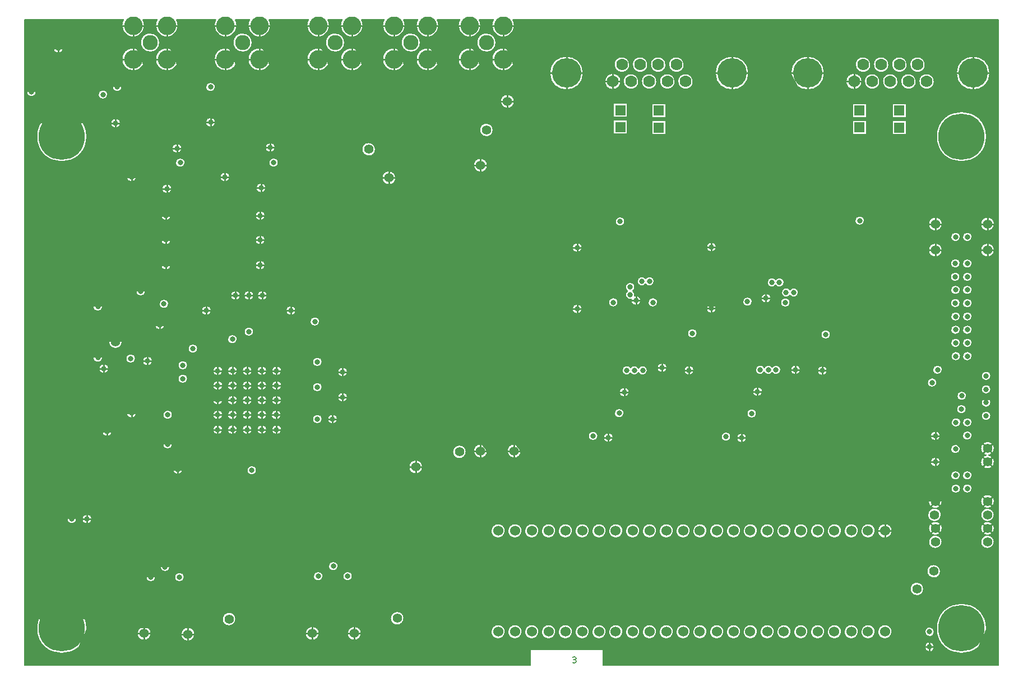
<source format=gbr>
%FSLAX23Y23*%
%MOIN*%
G04 EasyPC Gerber Version 17.0 Build 3379 *
%ADD14R,0.06000X0.06000*%
%ADD10C,0.00500*%
%ADD11C,0.01000*%
%ADD70C,0.03200*%
%ADD19C,0.05600*%
%ADD13C,0.06000*%
%ADD17C,0.07000*%
%ADD15C,0.09000*%
%ADD16C,0.11000*%
%ADD18C,0.17500*%
%ADD12C,0.27500*%
X0Y0D02*
D02*
D10*
X3063Y58D02*
Y153D01*
X3498*
Y58*
X5848*
Y3898*
X2960*
G75*
G02X2903Y3795I-58J-35*
G01*
G75*
G02X2845Y3898J68*
G01*
X2760*
G75*
G02X2703Y3795I-58J-35*
G01*
G75*
G02X2645Y3898J68*
G01*
X2510*
G75*
G02X2453Y3795I-58J-35*
G01*
G75*
G02X2395Y3898J68*
G01*
X2310*
G75*
G02X2253Y3795I-58J-35*
G01*
G75*
G02X2195Y3898J68*
G01*
X2060*
G75*
G02X2003Y3795I-58J-35*
G01*
G75*
G02X1945Y3898J68*
G01*
X1860*
G75*
G02X1803Y3795I-58J-35*
G01*
G75*
G02X1745Y3898J68*
G01*
X1510*
G75*
G02X1453Y3795I-58J-35*
G01*
G75*
G02X1395Y3898J68*
G01*
X1310*
G75*
G02X1252Y3795I-58J-35*
G01*
G75*
G02X1195Y3898J68*
G01*
X960*
G75*
G02X903Y3795I-58J-35*
G01*
G75*
G02X845Y3898J68*
G01*
X760*
G75*
G02X703Y3795I-58J-35*
G01*
G75*
G02X645Y3898J68*
G01*
X58*
Y58*
X3063*
X70Y3468D02*
G75*
G02X125I28D01*
G01*
G75*
G02X70I-28*
G01*
X129Y278D02*
G75*
G02X427I149D01*
G01*
G75*
G02X129I-149*
G01*
Y3203D02*
G75*
G02X427I149D01*
G01*
G75*
G02X129I-149*
G01*
X229Y3728D02*
G75*
G02X286I29D01*
G01*
G75*
G02X229I-29*
G01*
X310Y928D02*
G75*
G02X365I28D01*
G01*
G75*
G02X310I-28*
G01*
X399D02*
G75*
G02X456I29D01*
G01*
G75*
G02X399I-29*
G01*
X465Y1888D02*
G75*
G02X520I28D01*
G01*
G75*
G02X465I-28*
G01*
Y2192D02*
G75*
G02X520I28D01*
G01*
G75*
G02X465I-28*
G01*
X495Y3453D02*
G75*
G02X550I28D01*
G01*
G75*
G02X495I-28*
G01*
X499Y1823D02*
G75*
G02X556I29D01*
G01*
G75*
G02X499I-29*
G01*
X519Y1448D02*
G75*
G02X576I29D01*
G01*
G75*
G02X519I-29*
G01*
X558Y1983D02*
G75*
G02X637I40D01*
G01*
G75*
G02X558I-40*
G01*
X569Y3283D02*
G75*
G02X626I29D01*
G01*
G75*
G02X569I-29*
G01*
X580Y3498D02*
G75*
G02X635I28D01*
G01*
G75*
G02X580I-28*
G01*
X660Y1883D02*
G75*
G02X715I28D01*
G01*
G75*
G02X660I-28*
G01*
X664Y1558D02*
G75*
G02X721I29D01*
G01*
G75*
G02X664I-29*
G01*
Y2963D02*
G75*
G02X721I29D01*
G01*
G75*
G02X664I-29*
G01*
X703Y3595D02*
G75*
G02Y3730J68D01*
G01*
G75*
G02Y3595J-68*
G01*
X720Y2283D02*
G75*
G02X775I28D01*
G01*
G75*
G02X720I-28*
G01*
X727Y248D02*
G75*
G02X808I41D01*
G01*
G75*
G02X727I-41*
G01*
X759Y1868D02*
G75*
G02X816I29D01*
G01*
G75*
G02X759I-29*
G01*
X780Y583D02*
G75*
G02X835I28D01*
G01*
G75*
G02X780I-28*
G01*
X803Y3706D02*
G75*
G02Y3819J57D01*
G01*
G75*
G02Y3706J-57*
G01*
X831Y2083D02*
G75*
G02X889I29D01*
G01*
G75*
G02X831I-29*
G01*
X858Y2208D02*
G75*
G02X913I28D01*
G01*
G75*
G02X858I-28*
G01*
X865Y643D02*
G75*
G02X920I28D01*
G01*
G75*
G02X865I-28*
G01*
X869Y2438D02*
G75*
G02X926I29D01*
G01*
G75*
G02X869I-29*
G01*
Y2588D02*
G75*
G02X926I29D01*
G01*
G75*
G02X869I-29*
G01*
Y2733D02*
G75*
G02X926I29D01*
G01*
G75*
G02X869I-29*
G01*
X874Y2893D02*
G75*
G02X931I29D01*
G01*
G75*
G02X874I-29*
G01*
X880Y1373D02*
G75*
G02X935I28D01*
G01*
G75*
G02X880I-28*
G01*
Y1548D02*
G75*
G02X935I28D01*
G01*
G75*
G02X880I-28*
G01*
X903Y3595D02*
G75*
G02Y3730J68D01*
G01*
G75*
G02Y3595J-68*
G01*
X934Y3133D02*
G75*
G02X991I29D01*
G01*
G75*
G02X934I-29*
G01*
X939Y1223D02*
G75*
G02X996I29D01*
G01*
G75*
G02X939I-29*
G01*
X950Y583D02*
G75*
G02X1005I28D01*
G01*
G75*
G02X950I-28*
G01*
X955Y3048D02*
G75*
G02X1010I28D01*
G01*
G75*
G02X955I-28*
G01*
X970Y1763D02*
G75*
G02X1025I28D01*
G01*
G75*
G02X970I-28*
G01*
Y1843D02*
G75*
G02X1025I28D01*
G01*
G75*
G02X970I-28*
G01*
X987Y243D02*
G75*
G02X1068I41D01*
G01*
G75*
G02X987I-41*
G01*
X1030Y1942D02*
G75*
G02X1085I28D01*
G01*
G75*
G02X1030I-28*
G01*
X1109Y2168D02*
G75*
G02X1166I29D01*
G01*
G75*
G02X1109I-29*
G01*
X1134Y3288D02*
G75*
G02X1191I29D01*
G01*
G75*
G02X1134I-29*
G01*
X1135Y3498D02*
G75*
G02X1190I28D01*
G01*
G75*
G02X1135I-28*
G01*
X1177Y1460D02*
G75*
G02X1234I29D01*
G01*
G75*
G02X1177I-29*
G01*
Y1548D02*
G75*
G02X1234I29D01*
G01*
G75*
G02X1177I-29*
G01*
Y1635D02*
G75*
G02X1234I29D01*
G01*
G75*
G02X1177I-29*
G01*
Y1722D02*
G75*
G02X1234I29D01*
G01*
G75*
G02X1177I-29*
G01*
Y1810D02*
G75*
G02X1234I29D01*
G01*
G75*
G02X1177I-29*
G01*
X1219Y2963D02*
G75*
G02X1276I29D01*
G01*
G75*
G02X1219I-29*
G01*
X1233Y333D02*
G75*
G02X1312I40D01*
G01*
G75*
G02X1233I-40*
G01*
X1252Y3595D02*
G75*
G02Y3730J68D01*
G01*
G75*
G02Y3595J-68*
G01*
X1264Y1460D02*
G75*
G02X1321I29D01*
G01*
G75*
G02X1264I-29*
G01*
Y1548D02*
G75*
G02X1321I29D01*
G01*
G75*
G02X1264I-29*
G01*
Y1635D02*
G75*
G02X1321I29D01*
G01*
G75*
G02X1264I-29*
G01*
Y1722D02*
G75*
G02X1321I29D01*
G01*
G75*
G02X1264I-29*
G01*
Y1810D02*
G75*
G02X1321I29D01*
G01*
G75*
G02X1264I-29*
G01*
X1265Y1998D02*
G75*
G02X1320I28D01*
G01*
G75*
G02X1265I-28*
G01*
X1282Y2258D02*
G75*
G02X1339I29D01*
G01*
G75*
G02X1282I-29*
G01*
X1351Y1460D02*
G75*
G02X1409I29D01*
G01*
G75*
G02X1351I-29*
G01*
Y1548D02*
G75*
G02X1409I29D01*
G01*
G75*
G02X1351I-29*
G01*
Y1635D02*
G75*
G02X1409I29D01*
G01*
G75*
G02X1351I-29*
G01*
Y1722D02*
G75*
G02X1409I29D01*
G01*
G75*
G02X1351I-29*
G01*
Y1810D02*
G75*
G02X1409I29D01*
G01*
G75*
G02X1351I-29*
G01*
X1353Y3706D02*
G75*
G02Y3819J57D01*
G01*
G75*
G02Y3706J-57*
G01*
X1361Y2258D02*
G75*
G02X1419I29D01*
G01*
G75*
G02X1361I-29*
G01*
X1363Y2043D02*
G75*
G02X1418I28D01*
G01*
G75*
G02X1363I-28*
G01*
X1380Y1218D02*
G75*
G02X1435I28D01*
G01*
G75*
G02X1380I-28*
G01*
X1429Y2438D02*
G75*
G02X1486I29D01*
G01*
G75*
G02X1429I-29*
G01*
Y2588D02*
G75*
G02X1486I29D01*
G01*
G75*
G02X1429I-29*
G01*
Y2733D02*
G75*
G02X1486I29D01*
G01*
G75*
G02X1429I-29*
G01*
X1434Y2898D02*
G75*
G02X1491I29D01*
G01*
G75*
G02X1434I-29*
G01*
X1439Y1460D02*
G75*
G02X1496I29D01*
G01*
G75*
G02X1439I-29*
G01*
Y1548D02*
G75*
G02X1496I29D01*
G01*
G75*
G02X1439I-29*
G01*
Y1635D02*
G75*
G02X1496I29D01*
G01*
G75*
G02X1439I-29*
G01*
Y1722D02*
G75*
G02X1496I29D01*
G01*
G75*
G02X1439I-29*
G01*
Y1810D02*
G75*
G02X1496I29D01*
G01*
G75*
G02X1439I-29*
G01*
X1441Y2258D02*
G75*
G02X1499I29D01*
G01*
G75*
G02X1441I-29*
G01*
X1453Y3595D02*
G75*
G02Y3730J68D01*
G01*
G75*
G02Y3595J-68*
G01*
X1489Y3138D02*
G75*
G02X1546I29D01*
G01*
G75*
G02X1489I-29*
G01*
X1510Y3048D02*
G75*
G02X1565I28D01*
G01*
G75*
G02X1510I-28*
G01*
X1524Y1548D02*
G75*
G02X1581I29D01*
G01*
G75*
G02X1524I-29*
G01*
X1527Y1460D02*
G75*
G02X1584I29D01*
G01*
G75*
G02X1527I-29*
G01*
Y1635D02*
G75*
G02X1584I29D01*
G01*
G75*
G02X1527I-29*
G01*
Y1722D02*
G75*
G02X1584I29D01*
G01*
G75*
G02X1527I-29*
G01*
Y1810D02*
G75*
G02X1584I29D01*
G01*
G75*
G02X1527I-29*
G01*
X1611Y2168D02*
G75*
G02X1669I29D01*
G01*
G75*
G02X1611I-29*
G01*
X1727Y248D02*
G75*
G02X1808I41D01*
G01*
G75*
G02X1727I-41*
G01*
X1755Y2103D02*
G75*
G02X1810I28D01*
G01*
G75*
G02X1755I-28*
G01*
X1770Y1523D02*
G75*
G02X1825I28D01*
G01*
G75*
G02X1770I-28*
G01*
Y1713D02*
G75*
G02X1825I28D01*
G01*
G75*
G02X1770I-28*
G01*
Y1863D02*
G75*
G02X1825I28D01*
G01*
G75*
G02X1770I-28*
G01*
X1775Y588D02*
G75*
G02X1830I28D01*
G01*
G75*
G02X1775I-28*
G01*
X1803Y3595D02*
G75*
G02Y3730J68D01*
G01*
G75*
G02Y3595J-68*
G01*
X1859Y1523D02*
G75*
G02X1916I29D01*
G01*
G75*
G02X1859I-29*
G01*
X1865Y648D02*
G75*
G02X1920I28D01*
G01*
G75*
G02X1865I-28*
G01*
X1903Y3706D02*
G75*
G02Y3819J57D01*
G01*
G75*
G02Y3706J-57*
G01*
X1919Y1653D02*
G75*
G02X1976I29D01*
G01*
G75*
G02X1919I-29*
G01*
Y1803D02*
G75*
G02X1976I29D01*
G01*
G75*
G02X1919I-29*
G01*
X1950Y588D02*
G75*
G02X2005I28D01*
G01*
G75*
G02X1950I-28*
G01*
X1977Y248D02*
G75*
G02X2058I41D01*
G01*
G75*
G02X1977I-41*
G01*
X2003Y3595D02*
G75*
G02Y3730J68D01*
G01*
G75*
G02Y3595J-68*
G01*
X2103Y3088D02*
G75*
G02Y3167J40D01*
G01*
G75*
G02Y3088J-40*
G01*
X2223Y2917D02*
G75*
G02Y2998J41D01*
G01*
G75*
G02Y2917J-41*
G01*
X2233Y338D02*
G75*
G02X2312I40D01*
G01*
G75*
G02X2233I-40*
G01*
X2253Y3595D02*
G75*
G02Y3730J68D01*
G01*
G75*
G02Y3595J-68*
G01*
X2342Y1238D02*
G75*
G02X2423I41D01*
G01*
G75*
G02X2342I-41*
G01*
X2353Y3706D02*
G75*
G02Y3819J57D01*
G01*
G75*
G02Y3706J-57*
G01*
X2453Y3595D02*
G75*
G02Y3730J68D01*
G01*
G75*
G02Y3595J-68*
G01*
X2603Y1328D02*
G75*
G02X2682I40D01*
G01*
G75*
G02X2603I-40*
G01*
X2703Y3595D02*
G75*
G02Y3730J68D01*
G01*
G75*
G02Y3595J-68*
G01*
X2768Y1373D02*
G75*
G02Y1292J-41D01*
G01*
G75*
G02Y1373J41*
G01*
Y3073D02*
G75*
G02Y2992J-41D01*
G01*
G75*
G02Y3073J41*
G01*
X2803Y3203D02*
G75*
G02Y3282J40D01*
G01*
G75*
G02Y3203J-40*
G01*
Y3706D02*
G75*
G02Y3819J57D01*
G01*
G75*
G02Y3706J-57*
G01*
X2831Y258D02*
G75*
G02X2914I42D01*
G01*
G75*
G02X2831I-42*
G01*
Y858D02*
G75*
G02X2914I42D01*
G01*
G75*
G02X2831I-42*
G01*
X2903Y3595D02*
G75*
G02Y3730J68D01*
G01*
G75*
G02Y3595J-68*
G01*
X2928Y3372D02*
G75*
G02Y3453J41D01*
G01*
G75*
G02Y3372J-41*
G01*
X2931Y258D02*
G75*
G02X3014I42D01*
G01*
G75*
G02X2931I-42*
G01*
Y858D02*
G75*
G02X3014I42D01*
G01*
G75*
G02X2931I-42*
G01*
X2968Y1373D02*
G75*
G02Y1292J-41D01*
G01*
G75*
G02Y1373J41*
G01*
X3031Y258D02*
G75*
G02X3114I42D01*
G01*
G75*
G02X3031I-42*
G01*
Y858D02*
G75*
G02X3114I42D01*
G01*
G75*
G02X3031I-42*
G01*
X3131Y258D02*
G75*
G02X3214I42D01*
G01*
G75*
G02X3131I-42*
G01*
Y858D02*
G75*
G02X3214I42D01*
G01*
G75*
G02X3131I-42*
G01*
X3179Y3581D02*
G75*
G02X3379I100D01*
G01*
G75*
G02X3179I-100*
G01*
X3231Y258D02*
G75*
G02X3314I42D01*
G01*
G75*
G02X3231I-42*
G01*
Y858D02*
G75*
G02X3314I42D01*
G01*
G75*
G02X3231I-42*
G01*
X3314Y2178D02*
G75*
G02X3371I29D01*
G01*
G75*
G02X3314I-29*
G01*
Y2543D02*
G75*
G02X3371I29D01*
G01*
G75*
G02X3314I-29*
G01*
X3331Y258D02*
G75*
G02X3414I42D01*
G01*
G75*
G02X3331I-42*
G01*
Y858D02*
G75*
G02X3414I42D01*
G01*
G75*
G02X3331I-42*
G01*
X3410Y1423D02*
G75*
G02X3465I28D01*
G01*
G75*
G02X3410I-28*
G01*
X3431Y258D02*
G75*
G02X3514I42D01*
G01*
G75*
G02X3431I-42*
G01*
Y858D02*
G75*
G02X3514I42D01*
G01*
G75*
G02X3431I-42*
G01*
X3499Y1413D02*
G75*
G02X3556I29D01*
G01*
G75*
G02X3499I-29*
G01*
X3507Y3531D02*
G75*
G02X3602I48D01*
G01*
G75*
G02X3507I-48*
G01*
X3530Y2217D02*
G75*
G02X3585I28D01*
G01*
G75*
G02X3530I-28*
G01*
X3531Y258D02*
G75*
G02X3614I42D01*
G01*
G75*
G02X3531I-42*
G01*
Y858D02*
G75*
G02X3614I42D01*
G01*
G75*
G02X3531I-42*
G01*
X3562Y3631D02*
G75*
G02X3655I46D01*
G01*
G75*
G02X3562I-46*
G01*
X3565Y1558D02*
G75*
G02X3620I28D01*
G01*
G75*
G02X3565I-28*
G01*
X3570Y2698D02*
G75*
G02X3625I28D01*
G01*
G75*
G02X3570I-28*
G01*
X3594Y1683D02*
G75*
G02X3651I29D01*
G01*
G75*
G02X3594I-29*
G01*
X3616Y3531D02*
G75*
G02X3709I46D01*
G01*
G75*
G02X3616I-46*
G01*
X3631Y258D02*
G75*
G02X3714I42D01*
G01*
G75*
G02X3631I-42*
G01*
Y858D02*
G75*
G02X3714I42D01*
G01*
G75*
G02X3631I-42*
G01*
X3640Y3218D02*
X3557D01*
Y3301*
X3640*
Y3218*
Y3318D02*
X3557D01*
Y3401*
X3640*
Y3318*
X3642Y2285D02*
G75*
G02X3630Y2308I16J23D01*
G01*
G75*
G02X3685I28*
G01*
G75*
G02X3673Y2285I-28*
G01*
G75*
G02X3684Y2255I-16J-23*
G01*
G75*
G02X3721Y2228I9J-27*
G01*
G75*
G02X3664I-29*
G01*
G75*
G02X3665Y2236I29J0*
G01*
G75*
G02X3642Y2285I-8J26*
G01*
X3660Y1797D02*
G75*
G02X3610Y1813I-23J16D01*
G01*
G75*
G02X3660Y1828I28*
G01*
G75*
G02X3708Y1824I23J-16*
G01*
G75*
G02X3760Y1813I25J-11*
G01*
G75*
G02X3708Y1801I-28*
G01*
G75*
G02X3660Y1797I-25J11*
G01*
X3670Y3631D02*
G75*
G02X3763I46D01*
G01*
G75*
G02X3670I-46*
G01*
X3724Y3531D02*
G75*
G02X3817I46D01*
G01*
G75*
G02X3724I-46*
G01*
X3731Y258D02*
G75*
G02X3814I42D01*
G01*
G75*
G02X3731I-42*
G01*
Y858D02*
G75*
G02X3814I42D01*
G01*
G75*
G02X3731I-42*
G01*
X3750Y2327D02*
G75*
G02X3700Y2342I-23J16D01*
G01*
G75*
G02X3750Y2358I28*
G01*
G75*
G02X3800Y2342I23J-16*
G01*
G75*
G02X3750Y2327I-28*
G01*
X3765Y2217D02*
G75*
G02X3820I28D01*
G01*
G75*
G02X3765I-28*
G01*
X3778Y3631D02*
G75*
G02X3871I46D01*
G01*
G75*
G02X3778I-46*
G01*
X3819Y1828D02*
G75*
G02X3876I29D01*
G01*
G75*
G02X3819I-29*
G01*
X3831Y258D02*
G75*
G02X3914I42D01*
G01*
G75*
G02X3831I-42*
G01*
Y858D02*
G75*
G02X3914I42D01*
G01*
G75*
G02X3831I-42*
G01*
X3832Y3531D02*
G75*
G02X3925I46D01*
G01*
G75*
G02X3832I-46*
G01*
X3869Y3216D02*
X3786D01*
Y3299*
X3869*
Y3216*
Y3316D02*
X3786D01*
Y3399*
X3869*
Y3316*
X3886Y3631D02*
G75*
G02X3979I46D01*
G01*
G75*
G02X3886I-46*
G01*
X3931Y258D02*
G75*
G02X4014I42D01*
G01*
G75*
G02X3931I-42*
G01*
Y858D02*
G75*
G02X4014I42D01*
G01*
G75*
G02X3931I-42*
G01*
X3940Y3531D02*
G75*
G02X4033I46D01*
G01*
G75*
G02X3940I-46*
G01*
X3979Y1813D02*
G75*
G02X4036I29D01*
G01*
G75*
G02X3979I-29*
G01*
X4000Y2033D02*
G75*
G02X4055I28D01*
G01*
G75*
G02X4000I-28*
G01*
X4031Y258D02*
G75*
G02X4114I42D01*
G01*
G75*
G02X4031I-42*
G01*
Y858D02*
G75*
G02X4114I42D01*
G01*
G75*
G02X4031I-42*
G01*
X4112Y2181D02*
G75*
G02X4169I29D01*
G01*
G75*
G02X4112I-29*
G01*
Y2546D02*
G75*
G02X4169I29D01*
G01*
G75*
G02X4112I-29*
G01*
X4131Y258D02*
G75*
G02X4214I42D01*
G01*
G75*
G02X4131I-42*
G01*
Y858D02*
G75*
G02X4214I42D01*
G01*
G75*
G02X4131I-42*
G01*
X4163Y3581D02*
G75*
G02X4363I100D01*
G01*
G75*
G02X4163I-100*
G01*
X4200Y1418D02*
G75*
G02X4255I28D01*
G01*
G75*
G02X4200I-28*
G01*
X4231Y258D02*
G75*
G02X4314I42D01*
G01*
G75*
G02X4231I-42*
G01*
Y858D02*
G75*
G02X4314I42D01*
G01*
G75*
G02X4231I-42*
G01*
X4292Y1411D02*
G75*
G02X4349I29D01*
G01*
G75*
G02X4292I-29*
G01*
X4328Y2221D02*
G75*
G02X4383I28D01*
G01*
G75*
G02X4328I-28*
G01*
X4331Y258D02*
G75*
G02X4414I42D01*
G01*
G75*
G02X4331I-42*
G01*
Y858D02*
G75*
G02X4414I42D01*
G01*
G75*
G02X4331I-42*
G01*
X4353Y1556D02*
G75*
G02X4408I28D01*
G01*
G75*
G02X4353I-28*
G01*
X4387Y1686D02*
G75*
G02X4444I29D01*
G01*
G75*
G02X4387I-29*
G01*
X4431Y258D02*
G75*
G02X4514I42D01*
G01*
G75*
G02X4431I-42*
G01*
Y858D02*
G75*
G02X4514I42D01*
G01*
G75*
G02X4431I-42*
G01*
X4437Y2241D02*
G75*
G02X4494I29D01*
G01*
G75*
G02X4437I-29*
G01*
X4455Y1804D02*
G75*
G02X4403Y1816I-25J11D01*
G01*
G75*
G02X4455Y1827I28*
G01*
G75*
G02X4503Y1831I25J-11*
G01*
G75*
G02X4553Y1816I23J-16*
G01*
G75*
G02X4503Y1800I-28*
G01*
G75*
G02X4455Y1804I-23J16*
G01*
X4523Y2320D02*
G75*
G02X4473Y2336I-23J16D01*
G01*
G75*
G02X4523Y2351I28*
G01*
G75*
G02X4573Y2336I23J-16*
G01*
G75*
G02X4523Y2320I-28*
G01*
X4531Y258D02*
G75*
G02X4614I42D01*
G01*
G75*
G02X4531I-42*
G01*
Y858D02*
G75*
G02X4614I42D01*
G01*
G75*
G02X4531I-42*
G01*
X4553Y2216D02*
G75*
G02X4608I28D01*
G01*
G75*
G02X4553I-28*
G01*
X4608Y2260D02*
G75*
G02X4558Y2276I-23J16D01*
G01*
G75*
G02X4608Y2291I28*
G01*
G75*
G02X4658Y2276I23J-16*
G01*
G75*
G02X4608Y2260I-28*
G01*
X4612Y1816D02*
G75*
G02X4669I29D01*
G01*
G75*
G02X4612I-29*
G01*
X4613Y3581D02*
G75*
G02X4813I100D01*
G01*
G75*
G02X4613I-100*
G01*
X4631Y258D02*
G75*
G02X4714I42D01*
G01*
G75*
G02X4631I-42*
G01*
Y858D02*
G75*
G02X4714I42D01*
G01*
G75*
G02X4631I-42*
G01*
X4731Y258D02*
G75*
G02X4814I42D01*
G01*
G75*
G02X4731I-42*
G01*
Y858D02*
G75*
G02X4814I42D01*
G01*
G75*
G02X4731I-42*
G01*
X4772Y1811D02*
G75*
G02X4829I29D01*
G01*
G75*
G02X4772I-29*
G01*
X4793Y2026D02*
G75*
G02X4848I28D01*
G01*
G75*
G02X4793I-28*
G01*
X4831Y258D02*
G75*
G02X4914I42D01*
G01*
G75*
G02X4831I-42*
G01*
Y858D02*
G75*
G02X4914I42D01*
G01*
G75*
G02X4831I-42*
G01*
X4931Y258D02*
G75*
G02X5014I42D01*
G01*
G75*
G02X4931I-42*
G01*
Y858D02*
G75*
G02X5014I42D01*
G01*
G75*
G02X4931I-42*
G01*
X4941Y3531D02*
G75*
G02X5036I48D01*
G01*
G75*
G02X4941I-48*
G01*
X4995Y2703D02*
G75*
G02X5050I28D01*
G01*
G75*
G02X4995I-28*
G01*
X4996Y3631D02*
G75*
G02X5089I46D01*
G01*
G75*
G02X4996I-46*
G01*
X5031Y258D02*
G75*
G02X5114I42D01*
G01*
G75*
G02X5031I-42*
G01*
Y858D02*
G75*
G02X5114I42D01*
G01*
G75*
G02X5031I-42*
G01*
X5050Y3531D02*
G75*
G02X5143I46D01*
G01*
G75*
G02X5050I-46*
G01*
X5063Y3216D02*
X4980D01*
Y3299*
X5063*
Y3216*
Y3316D02*
X4980D01*
Y3399*
X5063*
Y3316*
X5104Y3631D02*
G75*
G02X5197I46D01*
G01*
G75*
G02X5104I-46*
G01*
X5130Y858D02*
G75*
G02X5215I43D01*
G01*
G75*
G02X5130I-43*
G01*
X5131Y258D02*
G75*
G02X5214I42D01*
G01*
G75*
G02X5131I-42*
G01*
X5158Y3531D02*
G75*
G02X5251I46D01*
G01*
G75*
G02X5158I-46*
G01*
X5212Y3631D02*
G75*
G02X5305I46D01*
G01*
G75*
G02X5212I-46*
G01*
X5266Y3531D02*
G75*
G02X5359I46D01*
G01*
G75*
G02X5266I-46*
G01*
X5299Y3216D02*
X5216D01*
Y3299*
X5299*
Y3216*
Y3316D02*
X5216D01*
Y3399*
X5299*
Y3316*
X5320Y3631D02*
G75*
G02X5413I46D01*
G01*
G75*
G02X5320I-46*
G01*
X5363Y473D02*
G75*
G02Y552J40D01*
G01*
G75*
G02Y473J-40*
G01*
X5374Y3531D02*
G75*
G02X5467I46D01*
G01*
G75*
G02X5374I-46*
G01*
X5426Y1740D02*
G75*
G02X5481I28D01*
G01*
G75*
G02X5426I-28*
G01*
X5428Y953D02*
G75*
G02X5507I40D01*
G01*
G75*
G02X5428I-40*
G01*
X5432Y1033D02*
G75*
G02X5513I41D01*
G01*
G75*
G02X5432I-41*
G01*
Y2528D02*
G75*
G02X5513I41D01*
G01*
G75*
G02X5432I-41*
G01*
Y2683D02*
G75*
G02X5513I41D01*
G01*
G75*
G02X5432I-41*
G01*
X5438Y196D02*
G75*
G02Y139J-29D01*
G01*
G75*
G02Y196J29*
G01*
Y285D02*
G75*
G02Y230J-28D01*
G01*
G75*
G02Y285J28*
G01*
X5444Y1268D02*
G75*
G02X5501I29D01*
G01*
G75*
G02X5444I-29*
G01*
Y1423D02*
G75*
G02X5501I29D01*
G01*
G75*
G02X5444I-29*
G01*
X5458Y1816D02*
G75*
G02X5513I28D01*
G01*
G75*
G02X5458I-28*
G01*
X5463Y578D02*
G75*
G02Y657J40D01*
G01*
G75*
G02Y578J-40*
G01*
X5473Y832D02*
G75*
G02X5432Y873J41D01*
G01*
G75*
G02X5513I41*
G01*
G75*
G02X5473Y832I-41*
G01*
G75*
G02X5512Y793J-40*
G01*
G75*
G02X5433I-40*
G01*
G75*
G02X5473Y832I40*
G01*
X5479Y278D02*
G75*
G02X5777I149D01*
G01*
G75*
G02X5479I-149*
G01*
Y3203D02*
G75*
G02X5777I149D01*
G01*
G75*
G02X5479I-149*
G01*
X5563Y2369D02*
G75*
G02X5618I28D01*
G01*
G75*
G02X5563I-28*
G01*
X5564Y2213D02*
G75*
G02X5619I28D01*
G01*
G75*
G02X5564I-28*
G01*
Y2449D02*
G75*
G02X5619I28D01*
G01*
G75*
G02X5564I-28*
G01*
X5565Y1188D02*
G75*
G02X5620I28D01*
G01*
G75*
G02X5565I-28*
G01*
Y1345D02*
G75*
G02X5620I28D01*
G01*
G75*
G02X5565I-28*
G01*
Y1976D02*
G75*
G02X5620I28D01*
G01*
G75*
G02X5565I-28*
G01*
Y2054D02*
G75*
G02X5620I28D01*
G01*
G75*
G02X5565I-28*
G01*
Y2133D02*
G75*
G02X5620I28D01*
G01*
G75*
G02X5565I-28*
G01*
Y2291D02*
G75*
G02X5620I28D01*
G01*
G75*
G02X5565I-28*
G01*
Y2606D02*
G75*
G02X5620I28D01*
G01*
G75*
G02X5565I-28*
G01*
X5567Y1109D02*
G75*
G02X5622I28D01*
G01*
G75*
G02X5567I-28*
G01*
Y1897D02*
G75*
G02X5622I28D01*
G01*
G75*
G02X5567I-28*
G01*
X5568Y1503D02*
G75*
G02X5623I28D01*
G01*
G75*
G02X5568I-28*
G01*
X5597Y3581D02*
G75*
G02X5797I100D01*
G01*
G75*
G02X5597I-100*
G01*
X5600Y1582D02*
G75*
G02X5655I28D01*
G01*
G75*
G02X5600I-28*
G01*
X5602Y1661D02*
G75*
G02X5657I28D01*
G01*
G75*
G02X5602I-28*
G01*
X5635Y1110D02*
G75*
G02X5690I28D01*
G01*
G75*
G02X5635I-28*
G01*
Y1188D02*
G75*
G02X5690I28D01*
G01*
G75*
G02X5635I-28*
G01*
Y1425D02*
G75*
G02X5690I28D01*
G01*
G75*
G02X5635I-28*
G01*
Y1503D02*
G75*
G02X5690I28D01*
G01*
G75*
G02X5635I-28*
G01*
Y1897D02*
G75*
G02X5690I28D01*
G01*
G75*
G02X5635I-28*
G01*
Y1976D02*
G75*
G02X5690I28D01*
G01*
G75*
G02X5635I-28*
G01*
Y2054D02*
G75*
G02X5690I28D01*
G01*
G75*
G02X5635I-28*
G01*
Y2133D02*
G75*
G02X5690I28D01*
G01*
G75*
G02X5635I-28*
G01*
Y2212D02*
G75*
G02X5690I28D01*
G01*
G75*
G02X5635I-28*
G01*
Y2291D02*
G75*
G02X5690I28D01*
G01*
G75*
G02X5635I-28*
G01*
Y2369D02*
G75*
G02X5690I28D01*
G01*
G75*
G02X5635I-28*
G01*
Y2448D02*
G75*
G02X5690I28D01*
G01*
G75*
G02X5635I-28*
G01*
Y2606D02*
G75*
G02X5690I28D01*
G01*
G75*
G02X5635I-28*
G01*
X5742Y2528D02*
G75*
G02X5823I41D01*
G01*
G75*
G02X5742I-41*
G01*
Y2683D02*
G75*
G02X5823I41D01*
G01*
G75*
G02X5742I-41*
G01*
X5747Y1542D02*
G75*
G02X5802I28D01*
G01*
G75*
G02X5747I-28*
G01*
Y1621D02*
G75*
G02X5802I28D01*
G01*
G75*
G02X5747I-28*
G01*
Y1700D02*
G75*
G02X5802I28D01*
G01*
G75*
G02X5747I-28*
G01*
Y1780D02*
G75*
G02X5802I28D01*
G01*
G75*
G02X5747I-28*
G01*
X5776Y1308D02*
G75*
G02X5742Y1348I6J40D01*
G01*
G75*
G02X5823I41*
G01*
G75*
G02X5789Y1308I-41*
G01*
G75*
G02X5823Y1268I-6J-40*
G01*
G75*
G02X5742I-41*
G01*
G75*
G02X5776Y1308I41*
G01*
X5783Y832D02*
G75*
G02X5742Y873J41D01*
G01*
G75*
G02X5783Y913I41*
G01*
G75*
G02X5823Y873J-41*
G01*
G75*
G02X5783Y832I-41*
G01*
G75*
G02X5822Y793J-40*
G01*
G75*
G02X5743I-40*
G01*
G75*
G02X5783Y832I40*
G01*
Y913D02*
G75*
G02X5743Y953J40D01*
G01*
G75*
G02X5783Y992I40*
G01*
G75*
G02X5822Y953J-40*
G01*
G75*
G02X5783Y913I-40*
G01*
Y992D02*
G75*
G02X5742Y1033J41D01*
G01*
G75*
G02X5823I41*
G01*
G75*
G02X5783Y992I-41*
G01*
X58Y3468D02*
G36*
Y3413D01*
X2887*
G75*
G02X2928Y3453I41*
G01*
G75*
G02X2968Y3413J-41*
G01*
X5848*
Y3468*
X546*
G75*
G02X550Y3453I-23J-15*
G01*
G75*
G02X495I-28*
G01*
G75*
G02X499Y3468I28J0*
G01*
X125*
G75*
G02X70I-28*
G01*
X58*
G37*
X70D02*
G36*
G75*
G02X125I28D01*
G01*
X499*
G75*
G02X546I23J-15*
G01*
X5848*
Y3498*
X5752*
G75*
G02X5641I-56J83*
G01*
X5453*
G75*
G02X5388I-33J33*
G01*
X5345*
G75*
G02X5280I-33J33*
G01*
X5237*
G75*
G02X5172I-33J33*
G01*
X5129*
G75*
G02X5064I-33J33*
G01*
X5023*
G75*
G02X4954I-34J33*
G01*
X4768*
G75*
G02X4657I-56J83*
G01*
X4318*
G75*
G02X4207I-56J83*
G01*
X4019*
G75*
G02X3954I-33J33*
G01*
X3911*
G75*
G02X3846I-33J33*
G01*
X3803*
G75*
G02X3738I-33J33*
G01*
X3695*
G75*
G02X3630I-33J33*
G01*
X3589*
G75*
G02X3520I-34J33*
G01*
X3334*
G75*
G02X3223I-56J83*
G01*
X1190*
G75*
G02X1135I-28*
G01*
X635*
G75*
G02X580I-28*
G01*
X58*
Y3468*
X70*
G37*
X58Y278D02*
G36*
Y168D01*
X177*
G75*
G02X129Y278I101J110*
G01*
X58*
G37*
X129D02*
G36*
G75*
G02X139Y333I149J0D01*
G01*
X58*
Y278*
X129*
G37*
X427D02*
G36*
G75*
G02X378Y168I-149D01*
G01*
X5409*
G75*
G02X5438Y196I29*
G01*
G75*
G02X5466Y168J-29*
G01*
X5527*
G75*
G02X5479Y278I101J110*
G01*
X5456*
G75*
G02X5438Y230I-19J-20*
G01*
G75*
G02X5419Y278J28*
G01*
X5209*
G75*
G02X5214Y258I-36J-20*
G01*
G75*
G02X5131I-42*
G01*
G75*
G02X5136Y278I42*
G01*
X5109*
G75*
G02X5114Y258I-36J-20*
G01*
G75*
G02X5031I-42*
G01*
G75*
G02X5036Y278I42*
G01*
X5009*
G75*
G02X5014Y258I-36J-20*
G01*
G75*
G02X4931I-42*
G01*
G75*
G02X4936Y278I42*
G01*
X4909*
G75*
G02X4914Y258I-36J-20*
G01*
G75*
G02X4831I-42*
G01*
G75*
G02X4836Y278I42*
G01*
X4809*
G75*
G02X4814Y258I-36J-20*
G01*
G75*
G02X4731I-42*
G01*
G75*
G02X4736Y278I42*
G01*
X4709*
G75*
G02X4714Y258I-36J-20*
G01*
G75*
G02X4631I-42*
G01*
G75*
G02X4636Y278I42*
G01*
X4609*
G75*
G02X4614Y258I-36J-20*
G01*
G75*
G02X4531I-42*
G01*
G75*
G02X4536Y278I42*
G01*
X4509*
G75*
G02X4514Y258I-36J-20*
G01*
G75*
G02X4431I-42*
G01*
G75*
G02X4436Y278I42*
G01*
X4409*
G75*
G02X4414Y258I-36J-20*
G01*
G75*
G02X4331I-42*
G01*
G75*
G02X4336Y278I42*
G01*
X4309*
G75*
G02X4314Y258I-36J-20*
G01*
G75*
G02X4231I-42*
G01*
G75*
G02X4236Y278I42*
G01*
X4209*
G75*
G02X4214Y258I-36J-20*
G01*
G75*
G02X4131I-42*
G01*
G75*
G02X4136Y278I42*
G01*
X4109*
G75*
G02X4114Y258I-36J-20*
G01*
G75*
G02X4031I-42*
G01*
G75*
G02X4036Y278I42*
G01*
X4009*
G75*
G02X4014Y258I-36J-20*
G01*
G75*
G02X3931I-42*
G01*
G75*
G02X3936Y278I42*
G01*
X3909*
G75*
G02X3914Y258I-36J-20*
G01*
G75*
G02X3831I-42*
G01*
G75*
G02X3836Y278I42*
G01*
X3809*
G75*
G02X3814Y258I-36J-20*
G01*
G75*
G02X3731I-42*
G01*
G75*
G02X3736Y278I42*
G01*
X3709*
G75*
G02X3714Y258I-36J-20*
G01*
G75*
G02X3631I-42*
G01*
G75*
G02X3636Y278I42*
G01*
X3609*
G75*
G02X3614Y258I-36J-20*
G01*
G75*
G02X3531I-42*
G01*
G75*
G02X3536Y278I42*
G01*
X3509*
G75*
G02X3514Y258I-36J-20*
G01*
G75*
G02X3431I-42*
G01*
G75*
G02X3436Y278I42*
G01*
X3409*
G75*
G02X3414Y258I-36J-20*
G01*
G75*
G02X3331I-42*
G01*
G75*
G02X3336Y278I42*
G01*
X3309*
G75*
G02X3314Y258I-36J-20*
G01*
G75*
G02X3231I-42*
G01*
G75*
G02X3236Y278I42*
G01*
X3209*
G75*
G02X3214Y258I-36J-20*
G01*
G75*
G02X3131I-42*
G01*
G75*
G02X3136Y278I42*
G01*
X3109*
G75*
G02X3114Y258I-36J-20*
G01*
G75*
G02X3031I-42*
G01*
G75*
G02X3036Y278I42*
G01*
X3009*
G75*
G02X3014Y258I-36J-20*
G01*
G75*
G02X2931I-42*
G01*
G75*
G02X2936Y278I42*
G01*
X2909*
G75*
G02X2914Y258I-36J-20*
G01*
G75*
G02X2831I-42*
G01*
G75*
G02X2836Y278I42*
G01*
X2045*
G75*
G02X2058Y248I-27J-30*
G01*
G75*
G02X1977I-41*
G01*
G75*
G02X1990Y278I41*
G01*
X1795*
G75*
G02X1808Y248I-27J-30*
G01*
G75*
G02X1727I-41*
G01*
G75*
G02X1740Y278I41*
G01*
X1048*
G75*
G02X1068Y243I-20J-35*
G01*
G75*
G02X987I-41*
G01*
G75*
G02X1007Y278I41*
G01*
X795*
G75*
G02X808Y248I-27J-30*
G01*
G75*
G02X727I-41*
G01*
G75*
G02X740Y278I41*
G01*
X427*
G37*
X740D02*
G36*
G75*
G02X795I27J-30D01*
G01*
X1007*
G75*
G02X1048I20J-35*
G01*
X1740*
G75*
G02X1795I27J-30*
G01*
X1990*
G75*
G02X2045I27J-30*
G01*
X2836*
G75*
G02X2909I36J-20*
G01*
X2936*
G75*
G02X3009I36J-20*
G01*
X3036*
G75*
G02X3109I36J-20*
G01*
X3136*
G75*
G02X3209I36J-20*
G01*
X3236*
G75*
G02X3309I36J-20*
G01*
X3336*
G75*
G02X3409I36J-20*
G01*
X3436*
G75*
G02X3509I36J-20*
G01*
X3536*
G75*
G02X3609I36J-20*
G01*
X3636*
G75*
G02X3709I36J-20*
G01*
X3736*
G75*
G02X3809I36J-20*
G01*
X3836*
G75*
G02X3909I36J-20*
G01*
X3936*
G75*
G02X4009I36J-20*
G01*
X4036*
G75*
G02X4109I36J-20*
G01*
X4136*
G75*
G02X4209I36J-20*
G01*
X4236*
G75*
G02X4309I36J-20*
G01*
X4336*
G75*
G02X4409I36J-20*
G01*
X4436*
G75*
G02X4509I36J-20*
G01*
X4536*
G75*
G02X4609I36J-20*
G01*
X4636*
G75*
G02X4709I36J-20*
G01*
X4736*
G75*
G02X4809I36J-20*
G01*
X4836*
G75*
G02X4909I36J-20*
G01*
X4936*
G75*
G02X5009I36J-20*
G01*
X5036*
G75*
G02X5109I36J-20*
G01*
X5136*
G75*
G02X5209I36J-20*
G01*
X5419*
G75*
G02X5438Y285I19J-20*
G01*
G75*
G02X5456Y278J-28*
G01*
X5479*
G75*
G02X5489Y333I149J0*
G01*
X2312*
G75*
G02X2233I-39J5*
G01*
X1312*
G75*
G02X1233I-40*
G01*
X416*
G75*
G02X427Y278I-138J-55*
G01*
X740*
G37*
X5777D02*
G36*
G75*
G02X5728Y168I-149D01*
G01*
X5848*
Y278*
X5777*
G37*
X5848D02*
G36*
Y333D01*
X5766*
G75*
G02X5777Y278I-138J-55*
G01*
X5848*
G37*
X58Y3203D02*
G36*
Y3133D01*
X146*
G75*
G02X129Y3203I132J70*
G01*
X58*
G37*
X129D02*
G36*
G75*
G02X134Y3243I149J0D01*
G01*
X58*
Y3203*
X129*
G37*
X427D02*
G36*
G75*
G02X409Y3133I-149J0D01*
G01*
X934*
G75*
G02X991I29*
G01*
X1489*
G75*
G02X1489Y3138I28J5*
G01*
G75*
G02X1546I29*
G01*
G75*
G02X1546Y3133I-29J0*
G01*
X2063*
G75*
G02X2103Y3167I39J-5*
G01*
G75*
G02X2142Y3133J-40*
G01*
X5496*
G75*
G02X5479Y3203I132J70*
G01*
X427*
G37*
X5479D02*
G36*
G75*
G02X5484Y3243I149J0D01*
G01*
X5299*
Y3216*
X5216*
Y3243*
X5063*
Y3216*
X4980*
Y3243*
X3869*
Y3216*
X3786*
Y3243*
X3640*
Y3218*
X3557*
Y3243*
X2842*
G75*
G02X2803Y3203I-40*
G01*
G75*
G02X2763Y3243J40*
G01*
X421*
G75*
G02X427Y3203I-144J-40*
G01*
X5479*
G37*
X5777D02*
G36*
G75*
G02X5759Y3133I-149J0D01*
G01*
X5848*
Y3203*
X5777*
G37*
X5848D02*
G36*
Y3243D01*
X5771*
G75*
G02X5777Y3203I-144J-40*
G01*
X5848*
G37*
X58Y3728D02*
G36*
Y3631D01*
X643*
G75*
G02X684Y3728I59J32*
G01*
X286*
G75*
G02X229I-29*
G01*
X58*
G37*
X229D02*
G36*
G75*
G02X286I29D01*
G01*
X684*
G75*
G02X703Y3730I18J-65*
G01*
G75*
G02X721Y3728J-68*
G01*
X758*
G75*
G02X803Y3819I44J35*
G01*
G75*
G02X847Y3728J-57*
G01*
X884*
G75*
G02X903Y3730I18J-65*
G01*
G75*
G02X921Y3728J-68*
G01*
X1234*
G75*
G02X1252Y3730I18J-65*
G01*
G75*
G02X1271Y3728J-68*
G01*
X1308*
G75*
G02X1353Y3819I44J35*
G01*
G75*
G02X1397Y3728J-57*
G01*
X1434*
G75*
G02X1453Y3730I18J-65*
G01*
G75*
G02X1471Y3728J-68*
G01*
X1784*
G75*
G02X1803Y3730I18J-65*
G01*
G75*
G02X1821Y3728J-68*
G01*
X1858*
G75*
G02X1903Y3819I44J35*
G01*
G75*
G02X1947Y3728J-57*
G01*
X1984*
G75*
G02X2003Y3730I18J-65*
G01*
G75*
G02X2021Y3728J-68*
G01*
X2234*
G75*
G02X2253Y3730I18J-65*
G01*
G75*
G02X2271Y3728J-68*
G01*
X2308*
G75*
G02X2353Y3819I44J35*
G01*
G75*
G02X2397Y3728J-57*
G01*
X2434*
G75*
G02X2453Y3730I18J-65*
G01*
G75*
G02X2471Y3728J-68*
G01*
X2684*
G75*
G02X2703Y3730I18J-65*
G01*
G75*
G02X2721Y3728J-68*
G01*
X2758*
G75*
G02X2803Y3819I44J35*
G01*
G75*
G02X2847Y3728J-57*
G01*
X2884*
G75*
G02X2903Y3730I18J-65*
G01*
G75*
G02X2921Y3728J-68*
G01*
X5848*
Y3898*
X2960*
G75*
G02X2903Y3795I-58J-35*
G01*
G75*
G02X2845Y3898J68*
G01*
X2760*
G75*
G02X2703Y3795I-58J-35*
G01*
G75*
G02X2645Y3898J68*
G01*
X2510*
G75*
G02X2453Y3795I-58J-35*
G01*
G75*
G02X2395Y3898J68*
G01*
X2310*
G75*
G02X2253Y3795I-58J-35*
G01*
G75*
G02X2195Y3898J68*
G01*
X2060*
G75*
G02X2003Y3795I-58J-35*
G01*
G75*
G02X1945Y3898J68*
G01*
X1860*
G75*
G02X1803Y3795I-58J-35*
G01*
G75*
G02X1745Y3898J68*
G01*
X1510*
G75*
G02X1453Y3795I-58J-35*
G01*
G75*
G02X1395Y3898J68*
G01*
X1310*
G75*
G02X1252Y3795I-58J-35*
G01*
G75*
G02X1195Y3898J68*
G01*
X960*
G75*
G02X903Y3795I-58J-35*
G01*
G75*
G02X845Y3898J68*
G01*
X760*
G75*
G02X703Y3795I-58J-35*
G01*
G75*
G02X645Y3898J68*
G01*
X58*
Y3728*
X229*
G37*
X721D02*
G36*
G75*
G02X762Y3631I-18J-65D01*
G01*
X843*
G75*
G02X884Y3728I59J32*
G01*
X847*
G75*
G02X803Y3706I-44J35*
G01*
G75*
G02X758Y3728J57*
G01*
X721*
G37*
X921D02*
G36*
G75*
G02X962Y3631I-18J-65D01*
G01*
X1193*
G75*
G02X1234Y3728I59J32*
G01*
X921*
G37*
X1271D02*
G36*
G75*
G02X1312Y3631I-18J-65D01*
G01*
X1393*
G75*
G02X1434Y3728I59J32*
G01*
X1397*
G75*
G02X1353Y3706I-44J35*
G01*
G75*
G02X1308Y3728J57*
G01*
X1271*
G37*
X1471D02*
G36*
G75*
G02X1512Y3631I-18J-65D01*
G01*
X1743*
G75*
G02X1784Y3728I59J32*
G01*
X1471*
G37*
X1821D02*
G36*
G75*
G02X1862Y3631I-18J-65D01*
G01*
X1943*
G75*
G02X1984Y3728I59J32*
G01*
X1947*
G75*
G02X1903Y3706I-44J35*
G01*
G75*
G02X1858Y3728J57*
G01*
X1821*
G37*
X2021D02*
G36*
G75*
G02X2062Y3631I-18J-65D01*
G01*
X2193*
G75*
G02X2234Y3728I59J32*
G01*
X2021*
G37*
X2271D02*
G36*
G75*
G02X2312Y3631I-18J-65D01*
G01*
X2393*
G75*
G02X2434Y3728I59J32*
G01*
X2397*
G75*
G02X2353Y3706I-44J35*
G01*
G75*
G02X2308Y3728J57*
G01*
X2271*
G37*
X2471D02*
G36*
G75*
G02X2512Y3631I-18J-65D01*
G01*
X2643*
G75*
G02X2684Y3728I59J32*
G01*
X2471*
G37*
X2721D02*
G36*
G75*
G02X2762Y3631I-18J-65D01*
G01*
X2843*
G75*
G02X2884Y3728I59J32*
G01*
X2847*
G75*
G02X2803Y3706I-44J35*
G01*
G75*
G02X2758Y3728J57*
G01*
X2721*
G37*
X2921D02*
G36*
G75*
G02X2962Y3631I-18J-65D01*
G01*
X3192*
G75*
G02X3365I87J-50*
G01*
X3562*
G75*
G02X3655I46*
G01*
X3670*
G75*
G02X3763I46*
G01*
X3778*
G75*
G02X3871I46*
G01*
X3886*
G75*
G02X3979I46*
G01*
X4176*
G75*
G02X4349I87J-50*
G01*
X4626*
G75*
G02X4799I87J-50*
G01*
X4996*
G75*
G02X5089I46*
G01*
X5104*
G75*
G02X5197I46*
G01*
X5212*
G75*
G02X5305I46*
G01*
X5320*
G75*
G02X5413I46*
G01*
X5610*
G75*
G02X5783I87J-50*
G01*
X5848*
Y3728*
X2921*
G37*
X58Y928D02*
G36*
Y858D01*
X2831*
G75*
G02X2914I42*
G01*
X2931*
G75*
G02X3014I42*
G01*
X3031*
G75*
G02X3114I42*
G01*
X3131*
G75*
G02X3214I42*
G01*
X3231*
G75*
G02X3314I42*
G01*
X3331*
G75*
G02X3414I42*
G01*
X3431*
G75*
G02X3514I42*
G01*
X3531*
G75*
G02X3614I42*
G01*
X3631*
G75*
G02X3714I42*
G01*
X3731*
G75*
G02X3814I42*
G01*
X3831*
G75*
G02X3914I42*
G01*
X3931*
G75*
G02X4014I42*
G01*
X4031*
G75*
G02X4114I42*
G01*
X4131*
G75*
G02X4214I42*
G01*
X4231*
G75*
G02X4314I42*
G01*
X4331*
G75*
G02X4414I42*
G01*
X4431*
G75*
G02X4514I42*
G01*
X4531*
G75*
G02X4614I42*
G01*
X4631*
G75*
G02X4714I42*
G01*
X4731*
G75*
G02X4814I42*
G01*
X4831*
G75*
G02X4914I42*
G01*
X4931*
G75*
G02X5014I42*
G01*
X5031*
G75*
G02X5114I42*
G01*
X5130*
G75*
G02X5215I43*
G01*
X5435*
G75*
G02X5432Y873I38J15*
G01*
G75*
G02X5513I41*
G01*
G75*
G02X5510Y858I-41J0*
G01*
X5745*
G75*
G02X5742Y873I38J15*
G01*
G75*
G02X5783Y913I41*
G01*
G75*
G02X5823Y873J-41*
G01*
G75*
G02X5820Y858I-41J0*
G01*
X5848*
Y928*
X5813*
G75*
G02X5783Y913I-31J25*
G01*
G75*
G02X5752Y928J40*
G01*
X5498*
G75*
G02X5437I-31J25*
G01*
X456*
G75*
G02X399I-29*
G01*
X365*
G75*
G02X310I-28*
G01*
X58*
G37*
X310D02*
G36*
G75*
G02X365I28D01*
G01*
X399*
G75*
G02X456I29*
G01*
X5437*
G75*
G02X5428Y953I31J25*
G01*
G75*
G02X5507I40*
G01*
G75*
G02X5498Y928I-40*
G01*
X5752*
G75*
G02X5743Y953I31J25*
G01*
G75*
G02X5783Y992I40*
G01*
G75*
G02X5822Y953J-40*
G01*
G75*
G02X5813Y928I-40*
G01*
X5848*
Y1033*
X5823*
G75*
G02X5783Y992I-41*
G01*
G75*
G02X5742Y1033J41*
G01*
X5513*
G75*
G02X5432I-41*
G01*
X58*
Y928*
X310*
G37*
X58Y1888D02*
G36*
Y1823D01*
X499*
G75*
G02X556I29*
G01*
X979*
G75*
G02X970Y1843I19J20*
G01*
G75*
G02X1025I28*
G01*
G75*
G02X1016Y1823I-28*
G01*
X1179*
G75*
G02X1231I26J-13*
G01*
X1267*
G75*
G02X1318I26J-13*
G01*
X1354*
G75*
G02X1406I26J-13*
G01*
X1442*
G75*
G02X1493I26J-13*
G01*
X1529*
G75*
G02X1581I26J-13*
G01*
X1927*
G75*
G02X1968I20J-20*
G01*
X3612*
G75*
G02X3660Y1828I26J-10*
G01*
G75*
G02X3708Y1824I23J-16*
G01*
G75*
G02X3758Y1823I25J-11*
G01*
X3819*
G75*
G02X3819Y1828I28J5*
G01*
G75*
G02X3876I29*
G01*
G75*
G02X3876Y1823I-29J0*
G01*
X3981*
G75*
G02X4034I27J-10*
G01*
X4404*
G75*
G02X4455Y1827I27J-7*
G01*
G75*
G02X4503Y1831I25J-11*
G01*
G75*
G02X4552Y1823I23J-16*
G01*
X4613*
G75*
G02X4668I28J-7*
G01*
X4774*
G75*
G02X4826I26J-12*
G01*
X5459*
G75*
G02X5512I27J-7*
G01*
X5848*
Y1888*
X5688*
G75*
G02X5637I-26J9*
G01*
X5620*
G75*
G02X5568I-26J9*
G01*
X1809*
G75*
G02X1825Y1863I-11J-25*
G01*
G75*
G02X1770I-28*
G01*
G75*
G02X1786Y1888I28*
G01*
X808*
G75*
G02X816Y1868I-20J-20*
G01*
G75*
G02X759I-29*
G01*
G75*
G02X767Y1888I29*
G01*
X715*
G75*
G02X715Y1883I-27J-5*
G01*
G75*
G02X660I-28*
G01*
G75*
G02X660Y1888I28J0*
G01*
X520*
G75*
G02X465I-28*
G01*
X58*
G37*
X465D02*
G36*
G75*
G02X520I28D01*
G01*
X660*
G75*
G02X715I27J-5*
G01*
X767*
G75*
G02X808I20J-20*
G01*
X1786*
G75*
G02X1809I11J-25*
G01*
X5568*
G75*
G02X5567Y1897I26J9*
G01*
G75*
G02X5622I28*
G01*
G75*
G02X5620Y1888I-28*
G01*
X5637*
G75*
G02X5635Y1897I26J9*
G01*
G75*
G02X5690I28*
G01*
G75*
G02X5688Y1888I-28*
G01*
X5848*
Y1942*
X1085*
G75*
G02X1030I-28*
G01*
X58*
Y1888*
X465*
G37*
X58Y2192D02*
G36*
Y2133D01*
X5565*
G75*
G02X5620I28*
G01*
X5635*
Y2133*
G75*
G02X5690I28*
G01*
Y2133*
X5848*
Y2192*
X5682*
G75*
G02X5643I-19J19*
G01*
X5610*
G75*
G02X5573I-19J20*
G01*
X4595*
G75*
G02X4565I-15J23*
G01*
X4166*
G75*
G02X4169Y2181I-26J-12*
G01*
G75*
G02X4112I-29*
G01*
G75*
G02X4114Y2192I29*
G01*
X3804*
G75*
G02X3781I-11J25*
G01*
X3569*
G75*
G02X3546I-11J25*
G01*
X3367*
G75*
G02X3371Y2178I-24J-15*
G01*
G75*
G02X3314I-29*
G01*
G75*
G02X3318Y2192I29*
G01*
X1654*
G75*
G02X1669Y2168I-14J-25*
G01*
G75*
G02X1611I-29*
G01*
G75*
G02X1626Y2192I29*
G01*
X1151*
G75*
G02X1166Y2168I-14J-25*
G01*
G75*
G02X1109I-29*
G01*
G75*
G02X1124Y2192I29*
G01*
X908*
G75*
G02X862I-23J15*
G01*
X520*
G75*
G02X465I-28*
G01*
X58*
G37*
X465D02*
G36*
G75*
G02X520I28D01*
G01*
X862*
G75*
G02X858Y2208I23J15*
G01*
G75*
G02X861Y2221I28*
G01*
X58*
Y2192*
X465*
G37*
X1124D02*
G36*
G75*
G02X1151I14J-25D01*
G01*
X1626*
G75*
G02X1654I14J-25*
G01*
X3318*
G75*
G02X3367I24J-15*
G01*
X3546*
G75*
G02X3530Y2217I11J25*
G01*
G75*
G02X3530Y2221I28J0*
G01*
X909*
G75*
G02X913Y2208I-24J-13*
G01*
G75*
G02X908Y2192I-28J0*
G01*
X1124*
G37*
X3781D02*
G36*
G75*
G02X3765Y2217I11J25D01*
G01*
G75*
G02X3765Y2221I28J0*
G01*
X3720*
G75*
G02X3665I-28J7*
G01*
X3585*
G75*
G02X3585Y2217I-27J-3*
G01*
G75*
G02X3569Y2192I-28*
G01*
X3781*
G37*
X4114D02*
G36*
G75*
G02X4166I26J-12D01*
G01*
X4565*
G75*
G02X4553Y2216I15J23*
G01*
G75*
G02X4553Y2221I28J0*
G01*
X4485*
G75*
G02X4445I-20J20*
G01*
X4383*
G75*
G02X4328I-28*
G01*
X3820*
G75*
G02X3820Y2217I-27J-3*
G01*
G75*
G02X3804Y2192I-28*
G01*
X4114*
G37*
X5573D02*
G36*
G75*
G02X5564Y2213I19J20D01*
G01*
G75*
G02X5565Y2221I28J0*
G01*
X4607*
G75*
G02X4608Y2216I-27J-5*
G01*
G75*
G02X4595Y2192I-28*
G01*
X5573*
G37*
X5643D02*
G36*
G75*
G02X5635Y2212I19J19D01*
G01*
G75*
G02X5636Y2221I28J0*
G01*
X5618*
G75*
G02X5619Y2213I-26J-8*
G01*
G75*
G02X5610Y2192I-28*
G01*
X5643*
G37*
X5848D02*
G36*
Y2221D01*
X5689*
G75*
G02X5690Y2212I-26J-9*
G01*
G75*
G02X5682Y2192I-28*
G01*
X5848*
G37*
X58Y1823D02*
G36*
Y1763D01*
X970*
G75*
G02X1025I28*
G01*
X5438*
G75*
G02X5469I15J-23*
G01*
X5753*
G75*
G02X5747Y1780I22J17*
G01*
G75*
G02X5802I28*
G01*
G75*
G02X5796Y1763I-28*
G01*
X5848*
Y1823*
X5512*
G75*
G02X5513Y1816I-27J-7*
G01*
G75*
G02X5458I-28*
G01*
G75*
G02X5459Y1823I28J0*
G01*
X4826*
G75*
G02X4829Y1811I-26J-12*
G01*
G75*
G02X4772I-29*
G01*
G75*
G02X4774Y1823I29*
G01*
X4668*
G75*
G02X4669Y1816I-28J-7*
G01*
G75*
G02X4612I-29*
G01*
G75*
G02X4613Y1823I29J0*
G01*
X4552*
G75*
G02X4553Y1816I-27J-7*
G01*
G75*
G02X4503Y1800I-28*
G01*
G75*
G02X4455Y1804I-23J16*
G01*
G75*
G02X4403Y1816I-25J11*
G01*
G75*
G02X4404Y1823I28*
G01*
X4034*
G75*
G02X4036Y1813I-27J-10*
G01*
G75*
G02X3979I-29*
G01*
G75*
G02X3981Y1823I29J0*
G01*
X3876*
G75*
G02X3819I-28J5*
G01*
X3758*
G75*
G02X3760Y1813I-26J-10*
G01*
G75*
G02X3708Y1801I-28*
G01*
G75*
G02X3660Y1797I-25J11*
G01*
G75*
G02X3610Y1813I-23J16*
G01*
G75*
G02X3612Y1823I28J0*
G01*
X1968*
G75*
G02X1976Y1803I-20J-20*
G01*
G75*
G02X1919I-29*
G01*
G75*
G02X1927Y1823I29*
G01*
X1581*
G75*
G02X1584Y1810I-26J-12*
G01*
G75*
G02X1527I-29*
G01*
G75*
G02X1529Y1823I29J0*
G01*
X1493*
G75*
G02X1496Y1810I-26J-12*
G01*
G75*
G02X1439I-29*
G01*
G75*
G02X1442Y1823I29J0*
G01*
X1406*
G75*
G02X1409Y1810I-26J-12*
G01*
G75*
G02X1351I-29*
G01*
G75*
G02X1354Y1823I29J0*
G01*
X1318*
G75*
G02X1321Y1810I-26J-12*
G01*
G75*
G02X1264I-29*
G01*
G75*
G02X1267Y1823I29J0*
G01*
X1231*
G75*
G02X1234Y1810I-26J-12*
G01*
G75*
G02X1177I-29*
G01*
G75*
G02X1179Y1823I29J0*
G01*
X1016*
G75*
G02X979I-19J20*
G01*
X556*
G75*
G02X499I-29*
G01*
X58*
G37*
Y1448D02*
G36*
Y1413D01*
X3412*
G75*
G02X3410Y1423I26J10*
G01*
G75*
G02X3426Y1448I28*
G01*
X1581*
G75*
G02X1529I-26J13*
G01*
X1493*
G75*
G02X1442I-26J13*
G01*
X1406*
G75*
G02X1354I-26J13*
G01*
X1318*
G75*
G02X1267I-26J13*
G01*
X1231*
G75*
G02X1179I-26J13*
G01*
X576*
G75*
G02X519I-29*
G01*
X58*
G37*
X519D02*
G36*
G75*
G02X576I29D01*
G01*
X1179*
G75*
G02X1177Y1460I26J12*
G01*
G75*
G02X1234I29*
G01*
G75*
G02X1231Y1448I-29J0*
G01*
X1267*
G75*
G02X1264Y1460I26J12*
G01*
G75*
G02X1321I29*
G01*
G75*
G02X1318Y1448I-29J0*
G01*
X1354*
G75*
G02X1351Y1460I26J12*
G01*
G75*
G02X1409I29*
G01*
G75*
G02X1406Y1448I-29J0*
G01*
X1442*
G75*
G02X1439Y1460I26J12*
G01*
G75*
G02X1496I29*
G01*
G75*
G02X1493Y1448I-29J0*
G01*
X1529*
G75*
G02X1527Y1460I26J12*
G01*
G75*
G02X1584I29*
G01*
G75*
G02X1581Y1448I-29J0*
G01*
X3426*
G75*
G02X3449I11J-25*
G01*
X5459*
G75*
G02X5486I14J-25*
G01*
X5647*
G75*
G02X5678I15J-23*
G01*
X5848*
Y1523*
X5794*
G75*
G02X5756I-19J20*
G01*
X5682*
G75*
G02X5690Y1503I-20J-19*
G01*
G75*
G02X5635I-28*
G01*
G75*
G02X5643Y1523I28*
G01*
X5614*
G75*
G02X5623Y1503I-19J-20*
G01*
G75*
G02X5568I-28*
G01*
G75*
G02X5577Y1523I28*
G01*
X1916*
G75*
G02X1859I-29*
G01*
X1825*
G75*
G02X1770I-28*
G01*
X1566*
G75*
G02X1539I-14J25*
G01*
X1481*
G75*
G02X1454I-14J25*
G01*
X1394*
G75*
G02X1366I-14J25*
G01*
X1306*
G75*
G02X1279I-14J25*
G01*
X1219*
G75*
G02X1191I-14J25*
G01*
X919*
G75*
G02X896I-11J25*
G01*
X58*
Y1448*
X519*
G37*
X3449D02*
G36*
G75*
G02X3465Y1423I-11J-25D01*
G01*
G75*
G02X3463Y1413I-28*
G01*
X3499*
G75*
G02X3556I29*
G01*
X4200*
G75*
G02X4200Y1418I27J5*
G01*
G75*
G02X4255I28*
G01*
G75*
G02X4255Y1413I-28J0*
G01*
X4292*
G75*
G02X4349I28J-2*
G01*
X5446*
G75*
G02X5444Y1423I27J10*
G01*
G75*
G02X5459Y1448I29*
G01*
X3449*
G37*
X5486D02*
G36*
G75*
G02X5501Y1423I-14J-25D01*
G01*
G75*
G02X5499Y1413I-29J0*
G01*
X5638*
G75*
G02X5635Y1425I25J12*
G01*
G75*
G02X5647Y1448I28*
G01*
X5486*
G37*
X5678D02*
G36*
G75*
G02X5690Y1425I-15J-23D01*
G01*
G75*
G02X5687Y1413I-28*
G01*
X5848*
Y1448*
X5678*
G37*
X58Y1983D02*
G36*
Y1942D01*
X1030*
G75*
G02X1085I28*
G01*
X5848*
Y1983*
X5689*
G75*
G02X5690Y1976I-27J-7*
G01*
G75*
G02X5635I-28*
G01*
G75*
G02X5636Y1983I27J0*
G01*
X5620*
G75*
G02X5620Y1976I-27J-7*
G01*
G75*
G02X5565I-28*
G01*
G75*
G02X5566Y1983I28J0*
G01*
X1316*
G75*
G02X1269I-23J15*
G01*
X637*
G75*
G02X558I-40*
G01*
X58*
G37*
X558D02*
G36*
G75*
G02X637I40D01*
G01*
X1269*
G75*
G02X1265Y1998I23J15*
G01*
G75*
G02X1320I28*
G01*
G75*
G02X1316Y1983I-28J0*
G01*
X5566*
G75*
G02X5620I27J-7*
G01*
X5636*
G75*
G02X5689I27J-7*
G01*
X5848*
Y2043*
X5687*
G75*
G02X5638I-25J12*
G01*
X5618*
G75*
G02X5568I-25J12*
G01*
X4842*
G75*
G02X4848Y2026I-22J-17*
G01*
G75*
G02X4793I-28*
G01*
G75*
G02X4799Y2043I28*
G01*
X4053*
G75*
G02X4055Y2033I-26J-10*
G01*
G75*
G02X4000I-28*
G01*
G75*
G02X4002Y2043I28J0*
G01*
X1418*
G75*
G02X1363I-28*
G01*
X58*
Y1983*
X558*
G37*
X58Y3283D02*
G36*
Y3243D01*
X134*
G75*
G02X152Y3283I144J-40*
G01*
X58*
G37*
X152D02*
G36*
G75*
G02X403I126J-80D01*
G01*
X569*
G75*
G02X626I29*
G01*
X1134*
G75*
G02X1134Y3288I28J5*
G01*
G75*
G02X1191I29*
G01*
G75*
G02X1191Y3283I-29J0*
G01*
X3557*
Y3301*
X3640*
Y3283*
X3786*
Y3299*
X3869*
Y3283*
X4980*
Y3299*
X5063*
Y3283*
X5216*
Y3299*
X5299*
Y3283*
X5502*
G75*
G02X5753I126J-80*
G01*
X5848*
Y3359*
X5299*
Y3316*
X5216*
Y3359*
X5063*
Y3316*
X4980*
Y3359*
X3869*
Y3316*
X3786*
Y3359*
X3640*
Y3318*
X3557*
Y3359*
X58*
Y3283*
X152*
G37*
X403D02*
G36*
G75*
G02X421Y3243I-126J-80D01*
G01*
X2763*
G75*
G02X2803Y3282I40*
G01*
G75*
G02X2842Y3243J-40*
G01*
X3557*
Y3283*
X1191*
G75*
G02X1134I-28J5*
G01*
X626*
G75*
G02X569I-29*
G01*
X403*
G37*
X3640D02*
G36*
Y3243D01*
X3786*
Y3283*
X3640*
G37*
X3869D02*
G36*
Y3243D01*
X4980*
Y3283*
X3869*
G37*
X5063D02*
G36*
Y3243D01*
X5216*
Y3283*
X5063*
G37*
X5299D02*
G36*
Y3243D01*
X5484*
G75*
G02X5502Y3283I144J-40*
G01*
X5299*
G37*
X5753D02*
G36*
G75*
G02X5771Y3243I-126J-80D01*
G01*
X5848*
Y3283*
X5753*
G37*
X580Y3498D02*
G36*
G75*
G02X635I28D01*
G01*
X1135*
G75*
G02X1190I28*
G01*
X3223*
G75*
G02X3179Y3581I56J83*
G01*
G75*
G02X3192Y3631I100*
G01*
X2962*
G75*
G02X2903Y3595I-59J32*
G01*
G75*
G02X2843Y3631J68*
G01*
X2762*
G75*
G02X2703Y3595I-59J32*
G01*
G75*
G02X2643Y3631J68*
G01*
X2512*
G75*
G02X2453Y3595I-59J32*
G01*
G75*
G02X2393Y3631J68*
G01*
X2312*
G75*
G02X2253Y3595I-59J32*
G01*
G75*
G02X2193Y3631J68*
G01*
X2062*
G75*
G02X2003Y3595I-59J32*
G01*
G75*
G02X1943Y3631J68*
G01*
X1862*
G75*
G02X1803Y3595I-59J32*
G01*
G75*
G02X1743Y3631J68*
G01*
X1512*
G75*
G02X1453Y3595I-59J32*
G01*
G75*
G02X1393Y3631J68*
G01*
X1312*
G75*
G02X1252Y3595I-59J32*
G01*
G75*
G02X1193Y3631J68*
G01*
X962*
G75*
G02X903Y3595I-59J32*
G01*
G75*
G02X843Y3631J68*
G01*
X762*
G75*
G02X703Y3595I-59J32*
G01*
G75*
G02X643Y3631J68*
G01*
X58*
Y3498*
X580*
G37*
X3520D02*
G36*
G75*
G02X3507Y3531I34J33D01*
G01*
G75*
G02X3602I48*
G01*
G75*
G02X3589Y3498I-48*
G01*
X3630*
G75*
G02X3616Y3531I33J33*
G01*
G75*
G02X3709I46*
G01*
G75*
G02X3695Y3498I-46*
G01*
X3738*
G75*
G02X3724Y3531I33J33*
G01*
G75*
G02X3817I46*
G01*
G75*
G02X3803Y3498I-46*
G01*
X3846*
G75*
G02X3832Y3531I33J33*
G01*
G75*
G02X3925I46*
G01*
G75*
G02X3911Y3498I-46*
G01*
X3954*
G75*
G02X3940Y3531I33J33*
G01*
G75*
G02X4033I46*
G01*
G75*
G02X4019Y3498I-46*
G01*
X4207*
G75*
G02X4163Y3581I56J83*
G01*
G75*
G02X4176Y3631I100*
G01*
X3979*
G75*
G02X3886I-46*
G01*
X3871*
G75*
G02X3778I-46*
G01*
X3763*
G75*
G02X3670I-46*
G01*
X3655*
G75*
G02X3562I-46*
G01*
X3365*
G75*
G02X3379Y3581I-87J-50*
G01*
G75*
G02X3334Y3498I-100*
G01*
X3520*
G37*
X4657D02*
G36*
G75*
G02X4613Y3581I56J83D01*
G01*
G75*
G02X4626Y3631I100*
G01*
X4349*
G75*
G02X4363Y3581I-87J-50*
G01*
G75*
G02X4318Y3498I-100*
G01*
X4657*
G37*
X4954D02*
G36*
G75*
G02X4941Y3531I34J33D01*
G01*
G75*
G02X5036I48*
G01*
G75*
G02X5023Y3498I-48*
G01*
X5064*
G75*
G02X5050Y3531I33J33*
G01*
G75*
G02X5143I46*
G01*
G75*
G02X5129Y3498I-46*
G01*
X5172*
G75*
G02X5158Y3531I33J33*
G01*
G75*
G02X5251I46*
G01*
G75*
G02X5237Y3498I-46*
G01*
X5280*
G75*
G02X5266Y3531I33J33*
G01*
G75*
G02X5359I46*
G01*
G75*
G02X5345Y3498I-46*
G01*
X5388*
G75*
G02X5374Y3531I33J33*
G01*
G75*
G02X5467I46*
G01*
G75*
G02X5453Y3498I-46*
G01*
X5641*
G75*
G02X5597Y3581I56J83*
G01*
G75*
G02X5610Y3631I100*
G01*
X5413*
G75*
G02X5320I-46*
G01*
X5305*
G75*
G02X5212I-46*
G01*
X5197*
G75*
G02X5104I-46*
G01*
X5089*
G75*
G02X4996I-46*
G01*
X4799*
G75*
G02X4813Y3581I-87J-50*
G01*
G75*
G02X4768Y3498I-100*
G01*
X4954*
G37*
X5848D02*
G36*
Y3631D01*
X5783*
G75*
G02X5797Y3581I-87J-50*
G01*
G75*
G02X5752Y3498I-100*
G01*
X5848*
G37*
X58Y1558D02*
G36*
Y1523D01*
X896*
G75*
G02X880Y1548I11J25*
G01*
G75*
G02X882Y1558I28J0*
G01*
X721*
G75*
G02X664I-29*
G01*
X58*
G37*
X664D02*
G36*
G75*
G02X721I29D01*
G01*
X882*
G75*
G02X933I26J-10*
G01*
X1178*
G75*
G02X1232I27J-10*
G01*
X1266*
G75*
G02X1319I27J-10*
G01*
X1353*
G75*
G02X1407I27J-10*
G01*
X1441*
G75*
G02X1494I27J-10*
G01*
X1526*
G75*
G02X1579I27J-10*
G01*
X3565*
G75*
G02X3620I28*
G01*
X4353*
G75*
G02X4408I27J-2*
G01*
X5616*
G75*
G02X5600Y1582I12J25*
G01*
G75*
G02X5655I28*
G01*
G75*
G02X5640Y1558I-28*
G01*
X5752*
G75*
G02X5798I23J-15*
G01*
X5848*
Y1635*
X5799*
G75*
G02X5802Y1621I-24J-14*
G01*
G75*
G02X5747I-28*
G01*
G75*
G02X5751Y1635I28*
G01*
X5638*
G75*
G02X5620I-9J26*
G01*
X1970*
G75*
G02X1925I-22J18*
G01*
X1584*
G75*
G02X1527I-29*
G01*
X1496*
G75*
G02X1439I-29*
G01*
X1409*
G75*
G02X1351I-29*
G01*
X1321*
G75*
G02X1264I-29*
G01*
X1234*
G75*
G02X1177I-29*
G01*
X58*
Y1558*
X664*
G37*
X933D02*
G36*
G75*
G02X935Y1548I-26J-10D01*
G01*
G75*
G02X919Y1523I-28*
G01*
X1191*
G75*
G02X1177Y1548I14J25*
G01*
G75*
G02X1178Y1558I29J0*
G01*
X933*
G37*
X1232D02*
G36*
G75*
G02X1234Y1548I-27J-10D01*
G01*
G75*
G02X1219Y1523I-29*
G01*
X1279*
G75*
G02X1264Y1548I14J25*
G01*
G75*
G02X1266Y1558I29J0*
G01*
X1232*
G37*
X1319D02*
G36*
G75*
G02X1321Y1548I-27J-10D01*
G01*
G75*
G02X1306Y1523I-29*
G01*
X1366*
G75*
G02X1351Y1548I14J25*
G01*
G75*
G02X1353Y1558I29J0*
G01*
X1319*
G37*
X1407D02*
G36*
G75*
G02X1409Y1548I-27J-10D01*
G01*
G75*
G02X1394Y1523I-29*
G01*
X1454*
G75*
G02X1439Y1548I14J25*
G01*
G75*
G02X1441Y1558I29J0*
G01*
X1407*
G37*
X1494D02*
G36*
G75*
G02X1496Y1548I-27J-10D01*
G01*
G75*
G02X1481Y1523I-29*
G01*
X1539*
G75*
G02X1524Y1548I14J25*
G01*
G75*
G02X1526Y1558I29J0*
G01*
X1494*
G37*
X1579D02*
G36*
G75*
G02X1581Y1548I-27J-10D01*
G01*
G75*
G02X1566Y1523I-29*
G01*
X1770*
G75*
G02X1825I28*
G01*
X1859*
G75*
G02X1916I29*
G01*
X5577*
G75*
G02X5614I19J-20*
G01*
X5643*
G75*
G02X5682I20J-19*
G01*
X5756*
G75*
G02X5747Y1542I19J20*
G01*
G75*
G02X5752Y1558I28J0*
G01*
X5640*
G75*
G02X5616I-12J25*
G01*
X4408*
G75*
G02X4408Y1556I-27J-2*
G01*
G75*
G02X4353I-28*
G01*
G75*
G02X4353Y1558I27J0*
G01*
X3620*
G75*
G02X3565I-28*
G01*
X1579*
G37*
X5798D02*
G36*
G75*
G02X5802Y1542I-23J-15D01*
G01*
G75*
G02X5794Y1523I-28*
G01*
X5848*
Y1558*
X5798*
G37*
X58Y2963D02*
G36*
Y2893D01*
X874*
G75*
G02X931I29*
G01*
X1434*
G75*
G02X1434Y2898I28J5*
G01*
G75*
G02X1491I29*
G01*
G75*
G02X1491Y2893I-29J0*
G01*
X5848*
Y2963*
X2263*
G75*
G02X2223Y2917I-40J-5*
G01*
G75*
G02X2182Y2963J41*
G01*
X1276*
G75*
G02X1219I-29*
G01*
X721*
G75*
G02X664I-29*
G01*
X58*
G37*
X664D02*
G36*
G75*
G02X721I29D01*
G01*
X1219*
G75*
G02X1276I29*
G01*
X2182*
G75*
G02X2223Y2998I40J-5*
G01*
G75*
G02X2263Y2963J-41*
G01*
X5848*
Y3048*
X2805*
G75*
G02X2768Y2992I-38J-15*
G01*
G75*
G02X2730Y3048J41*
G01*
X1565*
G75*
G02X1510I-28*
G01*
X1010*
G75*
G02X955I-28*
G01*
X58*
Y2963*
X664*
G37*
X58Y2283D02*
G36*
Y2221D01*
X861*
G75*
G02X909I24J-13*
G01*
X3530*
G75*
G02X3585I27J-3*
G01*
X3665*
G75*
G02X3664Y2228I28J7*
G01*
G75*
G02X3665Y2236I29J0*
G01*
G75*
G02X3639Y2283I-8J26*
G01*
X1484*
G75*
G02X1499Y2258I-14J-25*
G01*
G75*
G02X1441I-29*
G01*
G75*
G02X1456Y2283I29*
G01*
X1404*
G75*
G02X1419Y2258I-14J-25*
G01*
G75*
G02X1361I-29*
G01*
G75*
G02X1376Y2283I29*
G01*
X1324*
G75*
G02X1339Y2258I-14J-25*
G01*
G75*
G02X1282I-29*
G01*
G75*
G02X1296Y2283I29*
G01*
X775*
G75*
G02X720I-28*
G01*
X58*
G37*
X720D02*
G36*
G75*
G02X775I28D01*
G01*
X1296*
G75*
G02X1324I14J-25*
G01*
X1376*
G75*
G02X1404I14J-25*
G01*
X1456*
G75*
G02X1484I14J-25*
G01*
X3639*
G75*
G02X3642Y2285I19J-20*
G01*
G75*
G02X3630Y2308I16J23*
G01*
G75*
G02X3685I28*
G01*
G75*
G02X3673Y2285I-28*
G01*
G75*
G02X3676Y2283I-16J-23*
G01*
X4559*
G75*
G02X4608Y2291I27J-7*
G01*
G75*
G02X4657Y2283I23J-16*
G01*
X5567*
G75*
G02X5565Y2291I26J9*
G01*
G75*
G02X5620I28*
G01*
G75*
G02X5619Y2283I-28*
G01*
X5636*
G75*
G02X5635Y2291I26J8*
G01*
G75*
G02X5690I28*
G01*
G75*
G02X5689Y2283I-28J0*
G01*
X5848*
Y2342*
X5668*
G75*
G02X5657I-6J27*
G01*
X5599*
G75*
G02X5582I-9J26*
G01*
X4572*
G75*
G02X4573Y2336I-27J-7*
G01*
G75*
G02X4523Y2320I-28*
G01*
G75*
G02X4473Y2336I-23J16*
G01*
G75*
G02X4474Y2342I28*
G01*
X3800*
G75*
G02X3750Y2327I-28*
G01*
G75*
G02X3700Y2342I-23J16*
G01*
X58*
Y2283*
X720*
G37*
X3676D02*
G36*
G75*
G02X3684Y2255I-19J-20D01*
G01*
G75*
G02X3721Y2228I9J-27*
G01*
G75*
G02X3720Y2221I-29J0*
G01*
X3765*
G75*
G02X3820I27J-3*
G01*
X4328*
G75*
G02X4383I28*
G01*
X4445*
G75*
G02X4437Y2241I20J20*
G01*
G75*
G02X4494I29*
G01*
G75*
G02X4485Y2221I-29*
G01*
X4553*
G75*
G02X4607I27J-5*
G01*
X5565*
G75*
G02X5618I26J-8*
G01*
X5636*
G75*
G02X5689I26J-9*
G01*
X5848*
Y2283*
X5689*
G75*
G02X5636I-26J8*
G01*
X5619*
G75*
G02X5567I-26J9*
G01*
X4657*
G75*
G02X4658Y2276I-27J-7*
G01*
G75*
G02X4608Y2260I-28*
G01*
G75*
G02X4558Y2276I-23J16*
G01*
G75*
G02X4559Y2283I28*
G01*
X3676*
G37*
X58Y583D02*
G36*
Y513D01*
X5323*
G75*
G02X5363Y552I40*
G01*
G75*
G02X5402Y513J-40*
G01*
X5848*
Y583*
X5481*
G75*
G02X5463Y578I-18J35*
G01*
G75*
G02X5444Y583J40*
G01*
X2005*
G75*
G02X1950I-27J5*
G01*
X1830*
G75*
G02X1775I-27J5*
G01*
X1005*
G75*
G02X950I-28*
G01*
X835*
G75*
G02X780I-28*
G01*
X58*
G37*
X780D02*
G36*
G75*
G02X835I28D01*
G01*
X950*
G75*
G02X1005I28*
G01*
X1775*
G75*
G02X1775Y588I27J5*
G01*
G75*
G02X1830I28*
G01*
G75*
G02X1830Y583I-28J0*
G01*
X1950*
G75*
G02X1950Y588I27J5*
G01*
G75*
G02X2005I28*
G01*
G75*
G02X2005Y583I-28J0*
G01*
X5444*
G75*
G02X5432Y643I18J35*
G01*
X1920*
G75*
G02X1865I-27J5*
G01*
X920*
G75*
G02X865I-28*
G01*
X58*
Y583*
X780*
G37*
X5848D02*
G36*
Y643D01*
X5493*
G75*
G02X5481Y583I-31J-25*
G01*
X5848*
G37*
X58Y2083D02*
G36*
Y2043D01*
X1363*
G75*
G02X1418I28*
G01*
X4002*
G75*
G02X4053I26J-10*
G01*
X4799*
G75*
G02X4842I22J-17*
G01*
X5568*
G75*
G02X5565Y2054I25J12*
G01*
G75*
G02X5620I28*
G01*
G75*
G02X5618Y2043I-28*
G01*
X5638*
G75*
G02X5635Y2054I25J12*
G01*
G75*
G02X5690I28*
G01*
G75*
G02X5687Y2043I-28J0*
G01*
X5848*
Y2083*
X1801*
G75*
G02X1764I-19J20*
G01*
X889*
G75*
G02X831I-29*
G01*
X58*
G37*
X831D02*
G36*
G75*
G02X889I29D01*
G01*
X1764*
G75*
G02X1755Y2103I19J20*
G01*
G75*
G02X1810I28*
G01*
G75*
G02X1801Y2083I-28*
G01*
X5848*
Y2133*
X5690*
G75*
G02X5635I-28J0*
G01*
X5620*
G75*
G02X5565I-28*
G01*
X58*
Y2083*
X831*
G37*
X865Y643D02*
G36*
G75*
G02X920I28D01*
G01*
X1865*
G75*
G02X1865Y648I27J5*
G01*
G75*
G02X1920I28*
G01*
G75*
G02X1920Y643I-28J0*
G01*
X5432*
G75*
G02X5463Y657I31J-25*
G01*
G75*
G02X5493Y643J-40*
G01*
X5848*
Y793*
X5822*
G75*
G02X5743I-40*
G01*
X5512*
G75*
G02X5433I-40*
G01*
X58*
Y643*
X865*
G37*
X58Y2438D02*
G36*
Y2342D01*
X3700*
G75*
G02X3750Y2358I28*
G01*
G75*
G02X3800Y2342I23J-16*
G01*
X4474*
G75*
G02X4523Y2351I27J-7*
G01*
G75*
G02X4572Y2342I23J-16*
G01*
X5582*
G75*
G02X5563Y2369I9J26*
G01*
G75*
G02X5618I28*
G01*
G75*
G02X5599Y2342I-28*
G01*
X5657*
G75*
G02X5635Y2369I6J27*
G01*
G75*
G02X5690I28*
G01*
G75*
G02X5668Y2342I-28*
G01*
X5848*
Y2438*
X5688*
G75*
G02X5637I-25J11*
G01*
X5617*
G75*
G02X5567I-25J11*
G01*
X1486*
G75*
G02X1429I-29*
G01*
X926*
G75*
G02X869I-29*
G01*
X58*
G37*
X869D02*
G36*
G75*
G02X926I29D01*
G01*
X1429*
G75*
G02X1486I29*
G01*
X5567*
G75*
G02X5564Y2449I25J11*
G01*
G75*
G02X5619I28*
G01*
G75*
G02X5617Y2438I-28J0*
G01*
X5637*
G75*
G02X5635Y2448I25J11*
G01*
G75*
G02X5690I28*
G01*
G75*
G02X5688Y2438I-28J0*
G01*
X5848*
Y2543*
X5820*
G75*
G02X5823Y2528I-38J-15*
G01*
G75*
G02X5742I-41*
G01*
G75*
G02X5745Y2543I40J0*
G01*
X5510*
G75*
G02X5513Y2528I-38J-15*
G01*
G75*
G02X5432I-41*
G01*
G75*
G02X5435Y2543I40J0*
G01*
X4168*
G75*
G02X4112I-28J3*
G01*
X3371*
G75*
G02X3314I-29*
G01*
X58*
Y2438*
X869*
G37*
X58Y2588D02*
G36*
Y2543D01*
X3314*
G75*
G02X3371I29*
G01*
X4112*
G75*
G02X4112Y2546I28J3*
G01*
G75*
G02X4169I29*
G01*
G75*
G02X4168Y2543I-29J0*
G01*
X5435*
G75*
G02X5510I38J-15*
G01*
X5745*
G75*
G02X5820I38J-15*
G01*
X5848*
Y2588*
X5683*
G75*
G02X5642I-21J18*
G01*
X5614*
G75*
G02X5572I-21J18*
G01*
X1486*
G75*
G02X1429I-29*
G01*
X926*
G75*
G02X869I-29*
G01*
X58*
G37*
X869D02*
G36*
G75*
G02X926I29D01*
G01*
X1429*
G75*
G02X1486I29*
G01*
X5572*
G75*
G02X5565Y2606I21J18*
G01*
G75*
G02X5620I28*
G01*
G75*
G02X5614Y2588I-28*
G01*
X5642*
G75*
G02X5635Y2606I21J18*
G01*
G75*
G02X5690I28*
G01*
G75*
G02X5683Y2588I-28*
G01*
X5848*
Y2698*
X5820*
G75*
G02X5823Y2683I-38J-15*
G01*
G75*
G02X5742I-41*
G01*
G75*
G02X5745Y2698I40J0*
G01*
X5510*
G75*
G02X5513Y2683I-38J-15*
G01*
G75*
G02X5432I-41*
G01*
G75*
G02X5435Y2698I40J0*
G01*
X5050*
G75*
G02X4995I-27J5*
G01*
X3625*
G75*
G02X3570I-28*
G01*
X58*
Y2588*
X869*
G37*
X58Y2733D02*
G36*
Y2698D01*
X3570*
G75*
G02X3625I28*
G01*
X4995*
G75*
G02X4995Y2703I27J5*
G01*
G75*
G02X5050I28*
G01*
G75*
G02X5050Y2698I-28J0*
G01*
X5435*
G75*
G02X5510I38J-15*
G01*
X5745*
G75*
G02X5820I38J-15*
G01*
X5848*
Y2733*
X1486*
G75*
G02X1429I-29*
G01*
X926*
G75*
G02X869I-29*
G01*
X58*
G37*
X869D02*
G36*
G75*
G02X926I29D01*
G01*
X1429*
G75*
G02X1486I29*
G01*
X5848*
Y2893*
X1491*
G75*
G02X1434I-28J5*
G01*
X931*
G75*
G02X874I-29*
G01*
X58*
Y2733*
X869*
G37*
X58Y1373D02*
G36*
Y1328D01*
X2603*
G75*
G02X2682I40*
G01*
X2727*
G75*
G02X2761Y1373I40J5*
G01*
X935*
G75*
G02X880I-28*
G01*
X58*
G37*
X880D02*
G36*
G75*
G02X935I28D01*
G01*
X2761*
G75*
G02X2768Y1373I6J-40*
G01*
G75*
G02X2774Y1373J-41*
G01*
X2961*
G75*
G02X2968Y1373I6J-40*
G01*
G75*
G02X2974Y1373J-41*
G01*
X5589*
G75*
G02X5597I4J-27*
G01*
X5751*
G75*
G02X5814I32J-25*
G01*
X5848*
Y1413*
X5687*
G75*
G02X5638I-25J12*
G01*
X5499*
G75*
G02X5446I-27J10*
G01*
X4349*
G75*
G02X4349Y1411I-28J-2*
G01*
G75*
G02X4292I-29*
G01*
G75*
G02X4292Y1413I28J0*
G01*
X4255*
G75*
G02X4200I-27J5*
G01*
X3556*
G75*
G02X3499I-29*
G01*
X3463*
G75*
G02X3412I-26J10*
G01*
X58*
Y1373*
X880*
G37*
X2774D02*
G36*
G75*
G02X2808Y1328I-6J-40D01*
G01*
X2927*
G75*
G02X2961Y1373I40J5*
G01*
X2774*
G37*
X2974D02*
G36*
G75*
G02X3008Y1328I-6J-40D01*
G01*
X5572*
G75*
G02X5565Y1345I21J18*
G01*
G75*
G02X5589Y1373I28*
G01*
X2974*
G37*
X5597D02*
G36*
G75*
G02X5620Y1345I-4J-27D01*
G01*
G75*
G02X5614Y1328I-28*
G01*
X5747*
G75*
G02X5742Y1348I35J20*
G01*
G75*
G02X5751Y1373I41*
G01*
X5597*
G37*
X5814D02*
G36*
G75*
G02X5823Y1348I-32J-25D01*
G01*
G75*
G02X5818Y1328I-41*
G01*
X5848*
Y1373*
X5814*
G37*
X58Y3133D02*
G36*
Y3048D01*
X955*
G75*
G02X1010I28*
G01*
X1510*
G75*
G02X1565I28*
G01*
X2730*
G75*
G02X2768Y3073I38J-15*
G01*
G75*
G02X2805Y3048J-41*
G01*
X5848*
Y3133*
X5759*
G75*
G02X5496I-132J70*
G01*
X2142*
G75*
G02X2103Y3088I-39J-5*
G01*
G75*
G02X2063Y3133J40*
G01*
X1546*
G75*
G02X1489I-28J5*
G01*
X991*
G75*
G02X934I-29*
G01*
X409*
G75*
G02X146I-132J70*
G01*
X58*
G37*
Y1223D02*
G36*
Y1188D01*
X5565*
G75*
G02X5620I28*
G01*
X5635*
Y1188*
G75*
G02X5690I28*
G01*
Y1188*
X5848*
Y1223*
X2420*
G75*
G02X2345I-38J15*
G01*
X1435*
G75*
G02X1435Y1218I-27J-5*
G01*
G75*
G02X1380I-28*
G01*
G75*
G02X1380Y1223I28J0*
G01*
X996*
G75*
G02X939I-29*
G01*
X58*
G37*
X939D02*
G36*
G75*
G02X996I29D01*
G01*
X1380*
G75*
G02X1435I27J-5*
G01*
X2345*
G75*
G02X2342Y1238I38J15*
G01*
G75*
G02X2355Y1268I41*
G01*
X58*
Y1223*
X939*
G37*
X5848D02*
G36*
Y1268D01*
X5823*
G75*
G02X5742I-41*
G01*
X5501*
G75*
G02X5444I-29*
G01*
X2410*
G75*
G02X2423Y1238I-27J-30*
G01*
G75*
G02X2420Y1223I-41J0*
G01*
X5848*
G37*
X58Y1763D02*
G36*
Y1722D01*
X1177*
G75*
G02X1234I29*
G01*
X1264*
G75*
G02X1321I29*
G01*
X1351*
G75*
G02X1409I29*
G01*
X1439*
G75*
G02X1496I29*
G01*
X1527*
G75*
G02X1584I29*
G01*
X1772*
G75*
G02X1823I26J-10*
G01*
X5432*
G75*
G02X5426Y1740I22J17*
G01*
G75*
G02X5438Y1763I28*
G01*
X1025*
G75*
G02X970I-28*
G01*
X58*
G37*
X5469D02*
G36*
G75*
G02X5481Y1740I-15J-23D01*
G01*
G75*
G02X5475Y1722I-28*
G01*
X5759*
G75*
G02X5790I15J-23*
G01*
X5848*
Y1763*
X5796*
G75*
G02X5753I-22J17*
G01*
X5469*
G37*
X1177Y1635D02*
G36*
G75*
G02X1234I29D01*
G01*
X1264*
G75*
G02X1321I29*
G01*
X1351*
G75*
G02X1409I29*
G01*
X1439*
G75*
G02X1496I29*
G01*
X1527*
G75*
G02X1584I29*
G01*
X1925*
G75*
G02X1919Y1653I22J18*
G01*
G75*
G02X1976I29*
G01*
G75*
G02X1970Y1635I-29*
G01*
X5620*
G75*
G02X5602Y1661I9J26*
G01*
G75*
G02X5612Y1683I28*
G01*
X4443*
G75*
G02X4387I-28J3*
G01*
X3651*
G75*
G02X3594I-29*
G01*
X58*
Y1635*
X1177*
G37*
X5751D02*
G36*
G75*
G02X5799I24J-14D01*
G01*
X5848*
Y1683*
X5796*
G75*
G02X5753I-21J17*
G01*
X5646*
G75*
G02X5657Y1661I-17J-21*
G01*
G75*
G02X5638Y1635I-28*
G01*
X5751*
G37*
X58Y1722D02*
G36*
Y1683D01*
X3594*
G75*
G02X3651I29*
G01*
X4387*
G75*
G02X4387Y1686I28J3*
G01*
G75*
G02X4444I29*
G01*
G75*
G02X4443Y1683I-29J0*
G01*
X5612*
G75*
G02X5646I17J-21*
G01*
X5753*
G75*
G02X5747Y1700I21J17*
G01*
G75*
G02X5759Y1722I28*
G01*
X5475*
G75*
G02X5432I-22J17*
G01*
X1823*
G75*
G02X1825Y1713I-26J-10*
G01*
G75*
G02X1770I-28*
G01*
G75*
G02X1772Y1722I28J0*
G01*
X1584*
G75*
G02X1527I-29*
G01*
X1496*
G75*
G02X1439I-29*
G01*
X1409*
G75*
G02X1351I-29*
G01*
X1321*
G75*
G02X1264I-29*
G01*
X1234*
G75*
G02X1177I-29*
G01*
X58*
G37*
X5790D02*
G36*
G75*
G02X5802Y1700I-15J-23D01*
G01*
G75*
G02X5796Y1683I-28*
G01*
X5848*
Y1722*
X5790*
G37*
X139Y333D02*
G36*
G75*
G02X416I138J-55D01*
G01*
X1233*
G75*
G02X1312I40*
G01*
X2233*
G75*
G02X2233Y338I39J5*
G01*
G75*
G02X2312I40*
G01*
G75*
G02X2312Y333I-40J0*
G01*
X5489*
G75*
G02X5766I138J-55*
G01*
X5848*
Y513*
X5402*
G75*
G02X5363Y473I-40*
G01*
G75*
G02X5323Y513J40*
G01*
X58*
Y333*
X139*
G37*
X58Y1328D02*
G36*
Y1268D01*
X2355*
G75*
G02X2410I27J-30*
G01*
X5444*
G75*
G02X5501I29*
G01*
X5742*
G75*
G02X5776Y1308I41*
G01*
G75*
G02X5747Y1328I6J40*
G01*
X5614*
G75*
G02X5572I-21J18*
G01*
X3008*
G75*
G02X2968Y1292I-40J5*
G01*
G75*
G02X2927Y1328J41*
G01*
X2808*
G75*
G02X2768Y1292I-40J5*
G01*
G75*
G02X2727Y1328J41*
G01*
X2682*
G75*
G02X2603I-40*
G01*
X58*
G37*
X5818D02*
G36*
G75*
G02X5789Y1308I-35J20D01*
G01*
G75*
G02X5823Y1268I-6J-40*
G01*
X5848*
Y1328*
X5818*
G37*
X58Y858D02*
G36*
Y793D01*
X5433*
G75*
G02X5473Y832I40*
G01*
G75*
G02X5512Y793J-40*
G01*
X5743*
G75*
G02X5783Y832I40*
G01*
G75*
G02X5822Y793J-40*
G01*
X5848*
Y858*
X5820*
G75*
G02X5783Y832I-38J15*
G01*
G75*
G02X5745Y858J41*
G01*
X5510*
G75*
G02X5473Y832I-38J15*
G01*
G75*
G02X5435Y858J41*
G01*
X5215*
G75*
G02X5130I-43*
G01*
X5114*
G75*
G02X5031I-42*
G01*
X5014*
G75*
G02X4931I-42*
G01*
X4914*
G75*
G02X4831I-42*
G01*
X4814*
G75*
G02X4731I-42*
G01*
X4714*
G75*
G02X4631I-42*
G01*
X4614*
G75*
G02X4531I-42*
G01*
X4514*
G75*
G02X4431I-42*
G01*
X4414*
G75*
G02X4331I-42*
G01*
X4314*
G75*
G02X4231I-42*
G01*
X4214*
G75*
G02X4131I-42*
G01*
X4114*
G75*
G02X4031I-42*
G01*
X4014*
G75*
G02X3931I-42*
G01*
X3914*
G75*
G02X3831I-42*
G01*
X3814*
G75*
G02X3731I-42*
G01*
X3714*
G75*
G02X3631I-42*
G01*
X3614*
G75*
G02X3531I-42*
G01*
X3514*
G75*
G02X3431I-42*
G01*
X3414*
G75*
G02X3331I-42*
G01*
X3314*
G75*
G02X3231I-42*
G01*
X3214*
G75*
G02X3131I-42*
G01*
X3114*
G75*
G02X3031I-42*
G01*
X3014*
G75*
G02X2931I-42*
G01*
X2914*
G75*
G02X2831I-42*
G01*
X58*
G37*
Y3413D02*
G36*
Y3359D01*
X3557*
Y3401*
X3640*
Y3359*
X3786*
Y3399*
X3869*
Y3359*
X4980*
Y3399*
X5063*
Y3359*
X5216*
Y3399*
X5299*
Y3359*
X5848*
Y3413*
X2968*
G75*
G02X2928Y3372I-41*
G01*
G75*
G02X2887Y3413J41*
G01*
X58*
G37*
X5432Y1033D02*
G36*
G75*
G02X5513I41D01*
G01*
X5742*
G75*
G02X5823I41*
G01*
X5848*
Y1109*
X5690*
G75*
G02X5635I-28J0*
G01*
X5622*
G75*
G02X5567I-28*
G01*
X58*
Y1033*
X5432*
G37*
X58Y168D02*
G36*
Y58D01*
X3063*
Y153*
X3498*
Y58*
X5848*
Y168*
X5728*
G75*
G02X5527I-101J110*
G01*
X5466*
G75*
G02X5438Y139I-29*
G01*
G75*
G02X5409Y168J29*
G01*
X378*
G75*
G02X177I-101J110*
G01*
X58*
G37*
Y1188D02*
G36*
Y1109D01*
X5567*
G75*
G02X5622I28*
G01*
X5635*
Y1110*
G75*
G02X5690I28*
G01*
Y1109*
X5848*
Y1188*
X5690*
G75*
G02X5635I-28J0*
G01*
X5620*
G75*
G02X5565I-28*
G01*
X58*
G37*
X3316Y75D02*
X3322Y72D01*
X3328*
X3334Y75*
X3338Y81*
X3334Y88*
X3328Y91*
X3322*
X3328D02*
X3334Y94D01*
X3338Y100*
X3334Y106*
X3328Y109*
X3322*
X3316Y106*
D02*
D11*
X247Y3728D02*
X227D01*
X258Y3717D02*
Y3697D01*
Y3739D02*
Y3759D01*
X269Y3728D02*
X289D01*
X417Y928D02*
X397D01*
X428Y916D02*
Y897D01*
Y939D02*
Y959D01*
X438Y928D02*
X459D01*
X516Y1823D02*
X497D01*
X527Y1812D02*
Y1791D01*
Y1834D02*
Y1854D01*
X537Y1448D02*
X516D01*
X539Y1823D02*
X559D01*
X548Y1437D02*
Y1417D01*
Y1459D02*
Y1479D01*
X559Y1448D02*
X579D01*
X587Y3283D02*
X567D01*
X598Y3272D02*
Y3252D01*
Y3294D02*
Y3313D01*
X609Y3283D02*
X629D01*
X653Y3663D02*
X632D01*
X653Y3863D02*
X632D01*
X681Y1558D02*
X662D01*
X681Y2963D02*
X662D01*
X693Y1547D02*
Y1527D01*
Y1569D02*
Y1589D01*
Y2952D02*
Y2932D01*
Y2974D02*
Y2994D01*
X703Y3613D02*
Y3593D01*
Y3713D02*
Y3733D01*
Y3813D02*
Y3793D01*
X704Y1558D02*
X724D01*
X704Y2963D02*
X724D01*
X745Y248D02*
X725D01*
X753Y3663D02*
X773D01*
X753Y3863D02*
X773D01*
X768Y225D02*
Y205D01*
Y271D02*
Y291D01*
X776Y1868D02*
X756D01*
X788Y1857D02*
Y1837D01*
Y1879D02*
Y1899D01*
X791Y248D02*
X811D01*
X799Y1868D02*
X819D01*
X849Y2083D02*
X829D01*
X853Y3663D02*
X833D01*
X853Y3863D02*
X833D01*
X860Y2072D02*
Y2052D01*
Y2094D02*
Y2114D01*
X871Y2083D02*
X891D01*
X887Y2438D02*
X867D01*
X887Y2588D02*
X867D01*
X887Y2733D02*
X867D01*
X891Y2893D02*
X872D01*
X898Y2427D02*
Y2407D01*
Y2449D02*
Y2469D01*
Y2577D02*
Y2557D01*
Y2599D02*
Y2619D01*
Y2722D02*
Y2702D01*
Y2744D02*
Y2764D01*
X903Y2882D02*
Y2862D01*
Y2904D02*
Y2924D01*
Y3613D02*
Y3593D01*
Y3713D02*
Y3733D01*
Y3813D02*
Y3793D01*
X909Y2438D02*
X929D01*
X909Y2588D02*
X929D01*
X909Y2733D02*
X929D01*
X914Y2893D02*
X934D01*
X952Y3133D02*
X931D01*
X953Y3663D02*
X973D01*
X953Y3863D02*
X973D01*
X956Y1223D02*
X937D01*
X963Y3122D02*
Y3102D01*
Y3143D02*
Y3163D01*
X968Y1212D02*
Y1192D01*
Y1234D02*
Y1254D01*
X974Y3133D02*
X994D01*
X979Y1223D02*
X999D01*
X1005Y243D02*
X985D01*
X1028Y220D02*
Y200D01*
Y266D02*
Y286D01*
X1050Y243D02*
X1071D01*
X1127Y2168D02*
X1107D01*
X1138Y2157D02*
Y2137D01*
Y2179D02*
Y2199D01*
X1149Y2168D02*
X1169D01*
X1152Y3288D02*
X1132D01*
X1163Y3277D02*
Y3257D01*
Y3299D02*
Y3318D01*
X1174Y3288D02*
X1194D01*
X1194Y1460D02*
X1174D01*
X1194Y1548D02*
X1174D01*
X1194Y1635D02*
X1174D01*
X1194Y1722D02*
X1174D01*
X1194Y1810D02*
X1174D01*
X1202Y3663D02*
X1183D01*
X1202Y3863D02*
X1183D01*
X1205Y1449D02*
Y1429D01*
Y1471D02*
Y1491D01*
Y1537D02*
Y1516D01*
Y1559D02*
Y1579D01*
Y1624D02*
Y1604D01*
Y1646D02*
Y1666D01*
Y1712D02*
Y1691D01*
Y1734D02*
Y1754D01*
Y1799D02*
Y1779D01*
Y1821D02*
Y1841D01*
X1216Y1460D02*
X1236D01*
X1216Y1548D02*
X1236D01*
X1216Y1635D02*
X1236D01*
X1216Y1722D02*
X1236D01*
X1216Y1810D02*
X1236D01*
X1236Y2963D02*
X1217D01*
X1248Y2952D02*
Y2932D01*
Y2974D02*
Y2994D01*
X1252Y3613D02*
Y3593D01*
Y3713D02*
Y3733D01*
Y3813D02*
Y3793D01*
X1259Y2963D02*
X1279D01*
X1282Y1460D02*
X1262D01*
X1282Y1548D02*
X1262D01*
X1282Y1635D02*
X1262D01*
X1282Y1722D02*
X1262D01*
X1282Y1810D02*
X1262D01*
X1293Y1449D02*
Y1429D01*
Y1471D02*
Y1491D01*
Y1537D02*
Y1516D01*
Y1559D02*
Y1579D01*
Y1624D02*
Y1604D01*
Y1646D02*
Y1666D01*
Y1712D02*
Y1691D01*
Y1734D02*
Y1754D01*
Y1799D02*
Y1779D01*
Y1821D02*
Y1841D01*
X1299Y2258D02*
X1279D01*
X1303Y3663D02*
X1323D01*
X1303Y3863D02*
X1323D01*
X1304Y1460D02*
X1324D01*
X1304Y1548D02*
X1324D01*
X1304Y1635D02*
X1324D01*
X1304Y1722D02*
X1324D01*
X1304Y1810D02*
X1324D01*
X1310Y2247D02*
Y2227D01*
Y2269D02*
Y2288D01*
X1321Y2258D02*
X1341D01*
X1369Y1460D02*
X1349D01*
X1369Y1548D02*
X1349D01*
X1369Y1635D02*
X1349D01*
X1369Y1722D02*
X1349D01*
X1369Y1810D02*
X1349D01*
X1379Y2258D02*
X1359D01*
X1380Y1449D02*
Y1429D01*
Y1471D02*
Y1491D01*
Y1537D02*
Y1516D01*
Y1559D02*
Y1579D01*
Y1624D02*
Y1604D01*
Y1646D02*
Y1666D01*
Y1712D02*
Y1691D01*
Y1734D02*
Y1754D01*
Y1799D02*
Y1779D01*
Y1821D02*
Y1841D01*
X1390Y2247D02*
Y2227D01*
Y2269D02*
Y2288D01*
X1391Y1460D02*
X1411D01*
X1391Y1548D02*
X1411D01*
X1391Y1635D02*
X1411D01*
X1391Y1722D02*
X1411D01*
X1391Y1810D02*
X1411D01*
X1401Y2258D02*
X1421D01*
X1403Y3663D02*
X1383D01*
X1403Y3863D02*
X1383D01*
X1447Y2438D02*
X1427D01*
X1447Y2588D02*
X1427D01*
X1447Y2733D02*
X1427D01*
X1452Y2898D02*
X1432D01*
X1453Y3613D02*
Y3593D01*
Y3713D02*
Y3733D01*
Y3813D02*
Y3793D01*
X1457Y1460D02*
X1437D01*
X1457Y1548D02*
X1437D01*
X1457Y1635D02*
X1437D01*
X1457Y1722D02*
X1437D01*
X1457Y1810D02*
X1437D01*
X1458Y2427D02*
Y2407D01*
Y2449D02*
Y2469D01*
Y2577D02*
Y2557D01*
Y2599D02*
Y2619D01*
Y2722D02*
Y2702D01*
Y2744D02*
Y2764D01*
X1459Y2258D02*
X1439D01*
X1463Y2887D02*
Y2867D01*
Y2909D02*
Y2929D01*
X1468Y1449D02*
Y1429D01*
Y1471D02*
Y1491D01*
Y1537D02*
Y1516D01*
Y1559D02*
Y1579D01*
Y1624D02*
Y1604D01*
Y1646D02*
Y1666D01*
Y1712D02*
Y1691D01*
Y1734D02*
Y1754D01*
Y1799D02*
Y1779D01*
Y1821D02*
Y1841D01*
X1469Y2438D02*
X1489D01*
X1469Y2588D02*
X1489D01*
X1469Y2733D02*
X1489D01*
X1470Y2247D02*
Y2227D01*
Y2269D02*
Y2288D01*
X1474Y2898D02*
X1494D01*
X1479Y1460D02*
X1499D01*
X1479Y1548D02*
X1499D01*
X1479Y1635D02*
X1499D01*
X1479Y1722D02*
X1499D01*
X1479Y1810D02*
X1499D01*
X1481Y2258D02*
X1501D01*
X1503Y3663D02*
X1523D01*
X1503Y3863D02*
X1523D01*
X1507Y3138D02*
X1486D01*
X1518Y3127D02*
Y3107D01*
Y3149D02*
Y3168D01*
X1529Y3138D02*
X1549D01*
X1542Y1548D02*
X1522D01*
X1544Y1460D02*
X1524D01*
X1544Y1635D02*
X1524D01*
X1544Y1722D02*
X1524D01*
X1544Y1810D02*
X1524D01*
X1553Y1537D02*
Y1516D01*
Y1559D02*
Y1579D01*
X1555Y1449D02*
Y1429D01*
Y1471D02*
Y1491D01*
Y1624D02*
Y1604D01*
Y1646D02*
Y1666D01*
Y1712D02*
Y1691D01*
Y1734D02*
Y1754D01*
Y1799D02*
Y1779D01*
Y1821D02*
Y1841D01*
X1563Y1548D02*
X1584D01*
X1566Y1460D02*
X1586D01*
X1566Y1635D02*
X1586D01*
X1566Y1722D02*
X1586D01*
X1566Y1810D02*
X1586D01*
X1629Y2168D02*
X1609D01*
X1640Y2157D02*
Y2137D01*
Y2179D02*
Y2199D01*
X1651Y2168D02*
X1671D01*
X1745Y248D02*
X1725D01*
X1753Y3663D02*
X1733D01*
X1753Y3863D02*
X1733D01*
X1768Y225D02*
Y205D01*
Y271D02*
Y291D01*
X1791Y248D02*
X1811D01*
X1803Y3613D02*
Y3593D01*
Y3713D02*
Y3733D01*
Y3813D02*
Y3793D01*
X1853Y3663D02*
X1873D01*
X1853Y3863D02*
X1873D01*
X1877Y1523D02*
X1857D01*
X1888Y1512D02*
Y1492D01*
Y1534D02*
Y1554D01*
X1899Y1523D02*
X1919D01*
X1937Y1653D02*
X1916D01*
X1937Y1803D02*
X1916D01*
X1948Y1641D02*
Y1622D01*
Y1663D02*
Y1684D01*
Y1791D02*
Y1772D01*
Y1813D02*
Y1834D01*
X1953Y3663D02*
X1933D01*
X1953Y3863D02*
X1933D01*
X1959Y1653D02*
X1979D01*
X1959Y1803D02*
X1979D01*
X1995Y248D02*
X1975D01*
X2003Y3613D02*
Y3593D01*
Y3713D02*
Y3733D01*
Y3813D02*
Y3793D01*
X2018Y225D02*
Y205D01*
Y271D02*
Y291D01*
X2041Y248D02*
X2061D01*
X2053Y3663D02*
X2072D01*
X2053Y3863D02*
X2072D01*
X2200Y2958D02*
X2180D01*
X2203Y3663D02*
X2183D01*
X2203Y3863D02*
X2183D01*
X2223Y2935D02*
Y2915D01*
Y2981D02*
Y3001D01*
X2246Y2958D02*
X2266D01*
X2253Y3613D02*
Y3593D01*
Y3713D02*
Y3733D01*
Y3813D02*
Y3793D01*
X2303Y3663D02*
X2322D01*
X2303Y3863D02*
X2322D01*
X2360Y1238D02*
X2340D01*
X2383Y1215D02*
Y1195D01*
Y1261D02*
Y1281D01*
X2403Y3663D02*
X2383D01*
X2403Y3863D02*
X2383D01*
X2406Y1238D02*
X2426D01*
X2453Y3613D02*
Y3593D01*
Y3713D02*
Y3733D01*
Y3813D02*
Y3793D01*
X2503Y3663D02*
X2523D01*
X2503Y3863D02*
X2523D01*
X2653Y3663D02*
X2633D01*
X2653Y3863D02*
X2633D01*
X2703Y3613D02*
Y3593D01*
Y3713D02*
Y3733D01*
Y3813D02*
Y3793D01*
X2745Y1333D02*
X2725D01*
X2745Y3033D02*
X2725D01*
X2753Y3663D02*
X2773D01*
X2753Y3863D02*
X2773D01*
X2768Y1310D02*
Y1290D01*
Y1356D02*
Y1375D01*
Y3010D02*
Y2990D01*
Y3056D02*
Y3076D01*
X2791Y1333D02*
X2811D01*
X2791Y3033D02*
X2811D01*
X2853Y3663D02*
X2833D01*
X2853Y3863D02*
X2833D01*
X2903Y3613D02*
Y3593D01*
Y3713D02*
Y3733D01*
Y3813D02*
Y3793D01*
X2905Y3413D02*
X2885D01*
X2928Y3389D02*
Y3370D01*
Y3436D02*
Y3456D01*
X2945Y1333D02*
X2925D01*
X2951Y3413D02*
X2970D01*
X2953Y3663D02*
X2973D01*
X2953Y3863D02*
X2973D01*
X2968Y1310D02*
Y1290D01*
Y1356D02*
Y1375D01*
X2991Y1333D02*
X3011D01*
X3196Y3581D02*
X3176D01*
X3279Y3498D02*
Y3478D01*
Y3663D02*
Y3683D01*
X3332Y2178D02*
X3312D01*
X3332Y2543D02*
X3312D01*
X3343Y2167D02*
Y2147D01*
Y2188D02*
Y2209D01*
Y2532D02*
Y2512D01*
Y2554D02*
Y2574D01*
X3353Y2178D02*
X3374D01*
X3353Y2543D02*
X3374D01*
X3361Y3581D02*
X3381D01*
X3517Y1413D02*
X3497D01*
X3525Y3531D02*
X3505D01*
X3528Y1402D02*
Y1382D01*
Y1424D02*
Y1444D01*
X3538Y1413D02*
X3559D01*
X3555Y3501D02*
Y3481D01*
Y3561D02*
Y3581D01*
X3585Y3531D02*
X3605D01*
X3612Y1683D02*
X3592D01*
X3623Y1672D02*
Y1652D01*
Y1694D02*
Y1714D01*
X3634Y1683D02*
X3654D01*
X3682Y2228D02*
X3662D01*
X3693Y2217D02*
Y2197D01*
Y2239D02*
Y2259D01*
X3703Y2228D02*
X3724D01*
X3837Y1828D02*
X3817D01*
X3848Y1816D02*
Y1797D01*
Y1839D02*
Y1859D01*
X3859Y1828D02*
X3878D01*
X3997Y1813D02*
X3977D01*
X4008Y1802D02*
Y1782D01*
Y1824D02*
Y1844D01*
X4019Y1813D02*
X4038D01*
X4129Y2181D02*
X4109D01*
X4129Y2546D02*
X4109D01*
X4140Y2170D02*
Y2150D01*
Y2192D02*
Y2212D01*
Y2535D02*
Y2515D01*
Y2557D02*
Y2577D01*
X4151Y2181D02*
X4171D01*
X4151Y2546D02*
X4171D01*
X4180Y3581D02*
X4160D01*
X4263Y3498D02*
Y3478D01*
Y3663D02*
Y3683D01*
X4309Y1411D02*
X4289D01*
X4320Y1400D02*
Y1380D01*
Y1422D02*
Y1442D01*
X4331Y1411D02*
X4351D01*
X4345Y3581D02*
X4365D01*
X4404Y1686D02*
X4384D01*
X4415Y1675D02*
Y1655D01*
Y1697D02*
Y1717D01*
X4426Y1686D02*
X4446D01*
X4454Y2241D02*
X4434D01*
X4465Y2230D02*
Y2210D01*
Y2252D02*
Y2272D01*
X4476Y2241D02*
X4496D01*
X4629Y1816D02*
X4609D01*
X4630Y3581D02*
X4610D01*
X4640Y1805D02*
Y1785D01*
Y1827D02*
Y1847D01*
X4651Y1816D02*
X4671D01*
X4713Y3498D02*
Y3478D01*
Y3663D02*
Y3683D01*
X4789Y1811D02*
X4769D01*
X4795Y3581D02*
X4815D01*
X4800Y1800D02*
Y1780D01*
Y1822D02*
Y1842D01*
X4811Y1811D02*
X4831D01*
X4959Y3531D02*
X4939D01*
X4989Y3501D02*
Y3481D01*
Y3561D02*
Y3581D01*
X5019Y3531D02*
X5039D01*
X5148Y858D02*
X5128D01*
X5173Y833D02*
Y813D01*
Y883D02*
Y903D01*
X5198Y858D02*
X5218D01*
X5427Y168D02*
X5407D01*
X5438Y157D02*
Y137D01*
Y178D02*
Y199D01*
X5449Y168D02*
X5468D01*
X5449Y2528D02*
X5430D01*
X5449Y2683D02*
X5430D01*
X5456Y856D02*
X5442Y842D01*
X5456Y889D02*
X5442Y903D01*
X5456Y1016D02*
X5442Y1002D01*
X5456Y1049D02*
X5442Y1063D01*
X5462Y1268D02*
X5441D01*
X5462Y1423D02*
X5441D01*
X5473Y1257D02*
Y1236D01*
Y1279D02*
Y1299D01*
Y1412D02*
Y1391D01*
Y1434D02*
Y1454D01*
Y2505D02*
Y2485D01*
Y2551D02*
Y2570D01*
Y2660D02*
Y2640D01*
Y2706D02*
Y2726D01*
X5484Y1268D02*
X5503D01*
X5484Y1423D02*
X5503D01*
X5489Y856D02*
X5503Y842D01*
X5489Y889D02*
X5503Y903D01*
X5489Y1016D02*
X5503Y1002D01*
X5489Y1049D02*
X5503Y1063D01*
X5496Y2528D02*
X5516D01*
X5496Y2683D02*
X5516D01*
X5614Y3581D02*
X5594D01*
X5697Y3498D02*
Y3478D01*
Y3663D02*
Y3683D01*
X5760Y2528D02*
X5739D01*
X5760Y2683D02*
X5739D01*
X5766Y856D02*
X5752Y842D01*
X5766Y889D02*
X5752Y903D01*
X5766Y1016D02*
X5752Y1002D01*
X5766Y1049D02*
X5752Y1063D01*
X5766Y1251D02*
X5752Y1237D01*
X5766Y1284D02*
X5752Y1298D01*
X5766Y1331D02*
X5752Y1317D01*
X5766Y1364D02*
X5752Y1378D01*
X5779Y3581D02*
X5799D01*
X5783Y2505D02*
Y2485D01*
Y2551D02*
Y2570D01*
Y2660D02*
Y2640D01*
Y2706D02*
Y2726D01*
X5799Y856D02*
X5813Y842D01*
X5799Y889D02*
X5813Y903D01*
X5799Y1016D02*
X5813Y1002D01*
X5799Y1049D02*
X5813Y1063D01*
X5799Y1251D02*
X5813Y1237D01*
X5799Y1284D02*
X5813Y1298D01*
X5799Y1331D02*
X5813Y1317D01*
X5799Y1364D02*
X5813Y1378D01*
X5806Y2528D02*
X5826D01*
X5806Y2683D02*
X5826D01*
D02*
D12*
X278Y278D03*
Y3203D03*
X5628Y278D03*
Y3203D03*
D02*
D13*
X2873Y258D03*
Y858D03*
X2973Y258D03*
Y858D03*
X3073Y258D03*
Y858D03*
X3173Y258D03*
Y858D03*
X3273Y258D03*
Y858D03*
X3373Y258D03*
Y858D03*
X3473Y258D03*
Y858D03*
X3572Y258D03*
Y858D03*
X3673Y258D03*
Y858D03*
X3773Y258D03*
Y858D03*
X3873Y258D03*
Y858D03*
X3973Y258D03*
Y858D03*
X4072Y258D03*
Y858D03*
X4173Y258D03*
Y858D03*
X4273Y258D03*
Y858D03*
X4372Y258D03*
Y858D03*
X4473Y258D03*
Y858D03*
X4572Y258D03*
Y858D03*
X4673Y258D03*
Y858D03*
X4773Y258D03*
Y858D03*
X4872Y258D03*
Y858D03*
X4973Y258D03*
Y858D03*
X5072Y258D03*
Y858D03*
X5173Y258D03*
Y858D03*
D02*
D14*
X3599Y3259D03*
Y3359D03*
X3828Y3257D03*
Y3358D03*
X5021Y3258D03*
Y3358D03*
X5258Y3257D03*
Y3358D03*
D02*
D15*
X803Y3763D03*
X1353D03*
X1903D03*
X2353D03*
X2803D03*
D02*
D16*
X703Y3663D03*
Y3863D03*
X903Y3663D03*
Y3863D03*
X1252Y3663D03*
Y3863D03*
X1453Y3663D03*
Y3863D03*
X1803Y3663D03*
Y3863D03*
X2003Y3663D03*
Y3863D03*
X2253Y3663D03*
Y3863D03*
X2453Y3663D03*
Y3863D03*
X2703Y3663D03*
Y3863D03*
X2903Y3663D03*
Y3863D03*
D02*
D17*
X3555Y3531D03*
X3609Y3631D03*
X3663Y3531D03*
X3717Y3631D03*
X3771Y3531D03*
X3825Y3631D03*
X3879Y3531D03*
X3933Y3631D03*
X3987Y3531D03*
X4989D03*
X5043Y3631D03*
X5097Y3531D03*
X5151Y3631D03*
X5205Y3531D03*
X5259Y3631D03*
X5313Y3531D03*
X5367Y3631D03*
X5421Y3531D03*
D02*
D18*
X3279Y3581D03*
X4263D03*
X4713D03*
X5697D03*
D02*
D19*
X598Y1983D03*
X768Y248D03*
X1028Y243D03*
X1273Y333D03*
X1768Y248D03*
X2018D03*
X2103Y3128D03*
X2223Y2958D03*
X2273Y338D03*
X2383Y1238D03*
X2643Y1328D03*
X2768Y1333D03*
Y3033D03*
X2803Y3243D03*
X2928Y3413D03*
X2968Y1333D03*
X5363Y513D03*
X5463Y618D03*
X5468Y953D03*
X5473Y793D03*
Y873D03*
Y1033D03*
Y2528D03*
Y2683D03*
X5783Y793D03*
Y873D03*
Y953D03*
Y1033D03*
Y1268D03*
Y1348D03*
Y2528D03*
Y2683D03*
D02*
D70*
X98Y3468D03*
X258Y3728D03*
X338Y928D03*
X428D03*
X493Y1888D03*
Y2192D03*
X523Y3453D03*
X527Y1823D03*
X548Y1448D03*
X598Y3283D03*
X608Y3498D03*
X688Y1883D03*
X693Y1558D03*
Y2963D03*
X748Y2283D03*
X788Y1868D03*
X808Y583D03*
X860Y2083D03*
X885Y2208D03*
X892Y643D03*
X898Y2438D03*
Y2588D03*
Y2733D03*
X903Y2893D03*
X908Y1373D03*
Y1548D03*
X963Y3133D03*
X968Y1223D03*
X978Y583D03*
X983Y3048D03*
X998Y1763D03*
Y1843D03*
X1058Y1942D03*
X1138Y2168D03*
X1163Y3288D03*
Y3498D03*
X1205Y1460D03*
Y1548D03*
Y1635D03*
Y1722D03*
Y1810D03*
X1248Y2963D03*
X1293Y1460D03*
Y1548D03*
Y1635D03*
Y1722D03*
Y1810D03*
Y1998D03*
X1310Y2258D03*
X1380Y1460D03*
Y1548D03*
Y1635D03*
Y1722D03*
Y1810D03*
X1390Y2043D03*
Y2258D03*
X1408Y1218D03*
X1458Y2438D03*
Y2588D03*
Y2733D03*
X1463Y2898D03*
X1468Y1460D03*
Y1548D03*
Y1635D03*
Y1722D03*
Y1810D03*
X1470Y2258D03*
X1518Y3138D03*
X1538Y3048D03*
X1553Y1548D03*
X1555Y1460D03*
Y1635D03*
Y1722D03*
Y1810D03*
X1640Y2168D03*
X1783Y2103D03*
X1798Y1523D03*
Y1713D03*
Y1863D03*
X1803Y588D03*
X1888Y1523D03*
X1893Y648D03*
X1948Y1653D03*
Y1803D03*
X1978Y588D03*
X3343Y2178D03*
Y2543D03*
X3438Y1423D03*
X3528Y1413D03*
X3558Y2217D03*
X3593Y1558D03*
X3598Y2698D03*
X3623Y1683D03*
X3638Y1813D03*
X3658Y2263D03*
Y2308D03*
X3683Y1813D03*
X3693Y2228D03*
X3728Y2342D03*
X3733Y1813D03*
X3773Y2342D03*
X3793Y2217D03*
X3848Y1828D03*
X4008Y1813D03*
X4028Y2033D03*
X4140Y2181D03*
Y2546D03*
X4228Y1418D03*
X4320Y1411D03*
X4355Y2221D03*
X4380Y1556D03*
X4415Y1686D03*
X4430Y1816D03*
X4465Y2241D03*
X4480Y1816D03*
X4500Y2336D03*
X4525Y1816D03*
X4545Y2336D03*
X4580Y2216D03*
X4585Y2276D03*
X4630D03*
X4640Y1816D03*
X4800Y1811D03*
X4820Y2026D03*
X5023Y2703D03*
X5438Y168D03*
Y258D03*
X5453Y1740D03*
X5473Y1268D03*
Y1423D03*
X5486Y1816D03*
X5591Y2369D03*
X5592Y2213D03*
Y2449D03*
X5593Y1188D03*
Y1345D03*
Y1976D03*
Y2054D03*
Y2133D03*
Y2291D03*
Y2606D03*
X5594Y1109D03*
Y1897D03*
X5595Y1503D03*
X5628Y1582D03*
X5629Y1661D03*
X5663Y1110D03*
Y1188D03*
Y1425D03*
Y1503D03*
Y1897D03*
Y1976D03*
Y2054D03*
Y2133D03*
Y2212D03*
Y2291D03*
Y2369D03*
Y2448D03*
Y2606D03*
X5775Y1542D03*
Y1621D03*
Y1700D03*
Y1780D03*
X0Y0D02*
M02*

</source>
